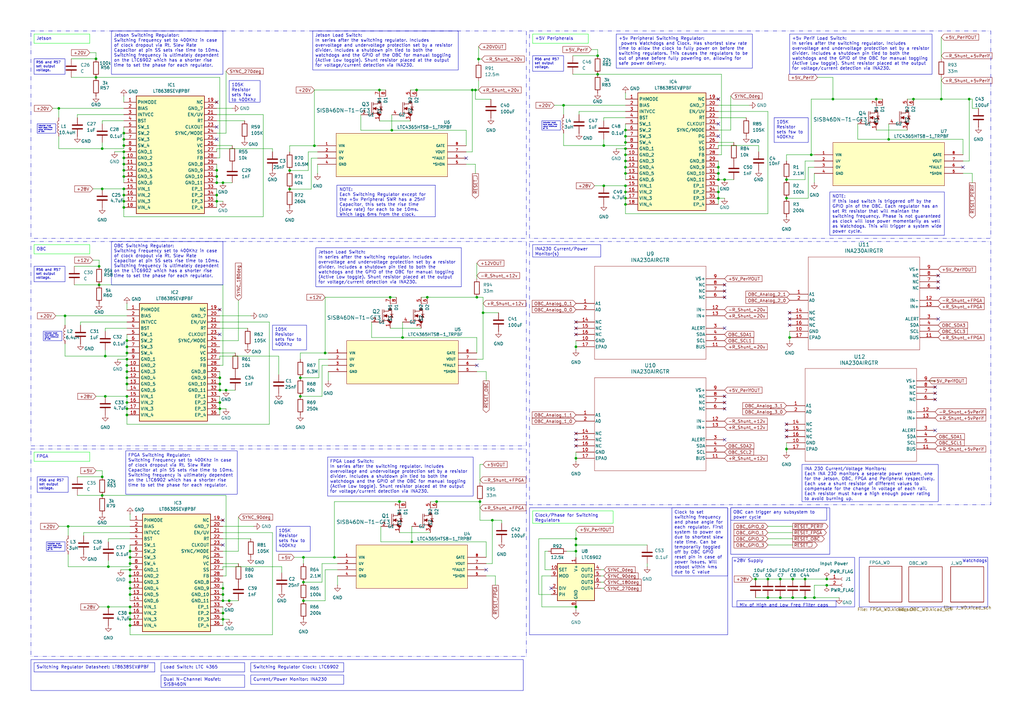
<source format=kicad_sch>
(kicad_sch (version 20231120) (generator "eeschema") (generator_version "8.0")
  (paper "A3")
  (junction (at 50.8 69.85))
  (junction (at 160.7094 53.4233))
  (junction (at 198.12 128.27))
  (junction (at 52.07 162.56))
  (junction (at 165.1 138.43))
  (junction (at 40.64 109.22))
  (junction (at 341.63 40.64))
  (junction (at 52.07 144.78))
  (junction (at 52.07 139.7))
  (junction (at 53.34 248.92))
  (junction (at 41.91 203.2))
  (junction (at 256.54 81.28))
  (junction (at 90.17 165.1))
  (junction (at 24.13 44.45))
  (junction (at 93.98 246.38))
  (junction (at 314.96 245.11))
  (junction (at 123.19 154.94))
  (junction (at 39.37 31.75))
  (junction (at 88.9 82.55))
  (junction (at 256.54 78.74))
  (junction (at 397.51 40.64))
  (junction (at 231.14 43.18))
  (junction (at 236.22 187.96))
  (junction (at 40.64 116.84))
  (junction (at 247.65 59.69))
  (junction (at 43.18 146.05))
  (junction (at 44.45 232.41))
  (junction (at 53.34 233.68))
  (junction (at 53.34 231.14))
  (junction (at 256.54 66.04))
  (junction (at 44.45 248.92))
  (junction (at 52.07 149.86))
  (junction (at 163.83 205.74))
  (junction (at 52.07 167.64))
  (junction (at 236.22 142.24))
  (junction (at 245.11 30.48))
  (junction (at 236.22 248.92))
  (junction (at 124.46 228.6))
  (junction (at 196.2694 24.2133))
  (junction (at 52.07 142.24))
  (junction (at 53.34 238.76))
  (junction (at 309.88 237.49))
  (junction (at 123.19 162.56))
  (junction (at 50.8 77.47))
  (junction (at 170.8694 36.9133))
  (junction (at 236.22 223.52))
  (junction (at 50.8 57.15))
  (junction (at 53.34 241.3))
  (junction (at 50.8 72.39))
  (junction (at 52.07 157.48))
  (junction (at 194.9994 36.9133))
  (junction (at 322.58 184.15))
  (junction (at 90.17 154.94))
  (junction (at 53.34 251.46))
  (junction (at 91.44 254))
  (junction (at 374.65 40.64))
  (junction (at 359.41 40.64))
  (junction (at 50.8 80.01))
  (junction (at 88.9 74.93))
  (junction (at 118.7994 77.5533))
  (junction (at 193.7294 36.9133))
  (junction (at 320.04 245.11))
  (junction (at 41.91 60.96))
  (junction (at 179.07 205.74))
  (junction (at 245.11 22.86))
  (junction (at 118.7994 69.9333))
  (junction (at 53.34 236.22))
  (junction (at 236.22 226.06))
  (junction (at 325.12 245.11))
  (junction (at 52.07 165.1))
  (junction (at 50.8 82.55))
  (junction (at 26.67 129.54))
  (junction (at 90.17 167.64))
  (junction (at 256.54 76.2))
  (junction (at 53.34 226.06))
  (junction (at 43.18 162.56))
  (junction (at 50.8 62.23))
  (junction (at 53.34 256.54))
  (junction (at 256.54 63.5))
  (junction (at 294.64 71.12))
  (junction (at 168.91 222.25))
  (junction (at 256.54 53.34))
  (junction (at 50.8 64.77))
  (junction (at 41.91 77.47))
  (junction (at 196.85 205.74))
  (junction (at 52.07 147.32))
  (junction (at 247.65 76.2))
  (junction (at 128.9594 59.7733))
  (junction (at 339.09 240.03))
  (junction (at 334.01 245.11))
  (junction (at 92.71 160.02))
  (junction (at 256.54 68.58))
  (junction (at 124.46 246.38))
  (junction (at 91.44 241.3))
  (junction (at 124.46 238.76))
  (junction (at 90.17 160.02))
  (junction (at 91.44 251.46))
  (junction (at 256.54 71.12))
  (junction (at 256.54 83.82))
  (junction (at 52.07 154.94))
  (junction (at 322.58 81.28))
  (junction (at 88.9 69.85))
  (junction (at 320.04 237.49))
  (junction (at 52.07 152.4))
  (junction (at 294.64 81.28))
  (junction (at 175.26 121.92))
  (junction (at 39.37 24.13))
  (junction (at 133.35 144.78))
  (junction (at 294.64 73.66))
  (junction (at 88.9 72.39))
  (junction (at 50.8 85.09))
  (junction (at 91.44 243.84))
  (junction (at 50.8 67.31))
  (junction (at 155.6294 36.9133))
  (junction (at 50.8 59.69))
  (junction (at 330.2 245.11))
  (junction (at 52.07 170.18))
  (junction (at 364.49 57.15))
  (junction (at 297.18 73.66))
  (junction (at 50.8 54.61))
  (junction (at 91.44 246.38))
  (junction (at 160.02 121.92))
  (junction (at 53.34 243.84))
  (junction (at 195.58 121.92))
  (junction (at 323.85 138.43))
  (junction (at 236.22 220.98))
  (junction (at 294.64 78.74))
  (junction (at 137.16 228.6))
  (junction (at 256.54 58.42))
  (junction (at 91.44 74.93))
  (junction (at 332.74 63.5))
  (junction (at 53.34 254))
  (junction (at 325.12 237.49))
  (junction (at 330.2 237.49))
  (junction (at 53.34 228.6))
  (junction (at 314.96 237.49))
  (junction (at 88.9 80.01))
  (junction (at 90.17 157.48))
  (junction (at 41.91 195.58))
  (junction (at 27.94 215.9))
  (junction (at 294.64 68.58))
  (junction (at 256.54 55.88))
  (junction (at 339.09 237.49))
  (junction (at 201.93 213.36))
  (junction (at 256.54 60.96))
  (junction (at 322.58 73.66))
  (junction (at 386.08 40.64))
  (no_connect (at 383.54 158.75))
  (no_connect (at 297.18 134.62))
  (no_connect (at 88.9 57.15))
  (no_connect (at 195.58 149.86))
  (no_connect (at 322.58 179.07))
  (no_connect (at 322.58 173.99))
  (no_connect (at 294.64 50.8))
  (no_connect (at 297.18 162.56))
  (no_connect (at 294.64 40.64))
  (no_connect (at 384.81 113.03))
  (no_connect (at 91.44 223.52))
  (no_connect (at 297.18 119.38))
  (no_connect (at 297.18 180.34))
  (no_connect (at 191.1894 64.8533))
  (no_connect (at 90.17 127))
  (no_connect (at 91.44 213.36))
  (no_connect (at 322.58 176.53))
  (no_connect (at 297.18 165.1))
  (no_connect (at 199.39 233.68))
  (no_connect (at 90.17 137.16))
  (no_connect (at 297.18 121.92))
  (no_connect (at 384.81 130.81))
  (no_connect (at 226.06 241.3))
  (no_connect (at 323.85 130.81))
  (no_connect (at 236.22 180.34))
  (no_connect (at 297.18 167.64))
  (no_connect (at 236.22 182.88))
  (no_connect (at 323.85 128.27))
  (no_connect (at 88.9 41.91))
  (no_connect (at 383.54 176.53))
  (no_connect (at 394.97 68.58))
  (no_connect (at 294.64 55.88))
  (no_connect (at 384.81 118.11))
  (no_connect (at 323.85 133.35))
  (no_connect (at 383.54 161.29))
  (no_connect (at 384.81 115.57))
  (no_connect (at 236.22 177.8))
  (no_connect (at 297.18 116.84))
  (no_connect (at 88.9 52.07))
  (no_connect (at 236.22 137.16))
  (no_connect (at 236.22 134.62))
  (no_connect (at 383.54 163.83))
  (no_connect (at 236.22 132.08))
  (wire (pts (xy 128.9594 36.9133) (xy 155.6294 36.9133)))
  (wire (pts (xy 236.22 223.52) (xy 265.43 223.52)))
  (wire (pts (xy 53.34 243.84) (xy 53.34 246.38)))
  (wire (pts (xy 138.43 236.22) (xy 138.43 240.03)))
  (wire (pts (xy 44.45 232.41) (xy 53.34 232.41)))
  (wire (pts (xy 299.72 39.37) (xy 299.72 53.34)))
  (wire (pts (xy 196.2694 24.2133) (xy 196.2694 25.4833)))
  (wire (pts (xy 43.18 162.56) (xy 52.07 162.56)))
  (wire (pts (xy 52.07 137.16) (xy 52.07 139.7)))
  (wire (pts (xy 97.79 226.06) (xy 91.44 226.06)))
  (wire (pts (xy 191.1894 62.3133) (xy 193.7294 62.3133)))
  (wire (pts (xy 41.91 60.96) (xy 50.8 60.96)))
  (wire (pts (xy 330.2 245.11) (xy 334.01 245.11)))
  (wire (pts (xy 50.8 88.9) (xy 107.95 88.9)))
  (wire (pts (xy 91.44 241.3) (xy 91.44 243.84)))
  (wire (pts (xy 30.48 116.84) (xy 40.64 116.84)))
  (wire (pts (xy 52.07 146.05) (xy 52.07 144.78)))
  (wire (pts (xy 381 156.21) (xy 383.54 156.21)))
  (wire (pts (xy 386.08 31.75) (xy 386.08 40.64)))
  (wire (pts (xy 88.9 59.69) (xy 95.25 59.69)))
  (wire (pts (xy 195.58 138.43) (xy 195.58 144.78)))
  (wire (pts (xy 196.85 190.5) (xy 198.12 190.5)))
  (wire (pts (xy 331.47 81.28) (xy 331.47 68.58)))
  (wire (pts (xy 191.1894 53.4233) (xy 191.1894 59.7733)))
  (wire (pts (xy 115.57 232.41) (xy 115.57 234.95)))
  (wire (pts (xy 24.13 215.9) (xy 27.94 215.9)))
  (wire (pts (xy 322.58 184.15) (xy 322.58 181.61)))
  (wire (pts (xy 335.28 31.75) (xy 341.63 31.75)))
  (wire (pts (xy 90.17 146.05) (xy 90.17 147.32)))
  (wire (pts (xy 91.44 238.76) (xy 91.44 241.3)))
  (wire (pts (xy 297.18 73.66) (xy 294.64 73.66)))
  (wire (pts (xy 133.35 144.78) (xy 133.35 121.92)))
  (wire (pts (xy 46.99 62.23) (xy 50.8 62.23)))
  (wire (pts (xy 168.91 215.9) (xy 168.91 222.25)))
  (wire (pts (xy 53.34 210.82) (xy 53.34 213.36)))
  (wire (pts (xy 50.8 39.37) (xy 50.8 41.91)))
  (wire (pts (xy 165.1 132.08) (xy 165.1 138.43)))
  (wire (pts (xy 222.25 248.92) (xy 236.22 248.92)))
  (wire (pts (xy 256.54 59.69) (xy 256.54 58.42)))
  (wire (pts (xy 222.25 236.22) (xy 222.25 248.92)))
  (wire (pts (xy 52.07 173.99) (xy 110.49 173.99)))
  (wire (pts (xy 38.1 77.47) (xy 41.91 77.47)))
  (wire (pts (xy 394.97 71.12) (xy 398.78 71.12)))
  (wire (pts (xy 332.74 40.64) (xy 341.63 40.64)))
  (wire (pts (xy 397.51 66.04) (xy 397.51 40.64)))
  (wire (pts (xy 196.2694 19.1333) (xy 196.2694 24.2133)))
  (wire (pts (xy 127.6894 77.5533) (xy 127.6894 64.8533)))
  (wire (pts (xy 92.71 203.2) (xy 92.71 236.22)))
  (wire (pts (xy 52.07 162.56) (xy 52.07 165.1)))
  (wire (pts (xy 111.76 60.96) (xy 111.76 62.23)))
  (wire (pts (xy 256.54 68.58) (xy 256.54 71.12)))
  (wire (pts (xy 236.22 142.24) (xy 236.22 139.7)))
  (wire (pts (xy 50.8 60.96) (xy 50.8 59.69)))
  (wire (pts (xy 256.54 76.2) (xy 256.54 78.74)))
  (wire (pts (xy 118.7994 77.5533) (xy 127.6894 77.5533)))
  (wire (pts (xy 24.13 44.45) (xy 50.8 44.45)))
  (wire (pts (xy 247.65 48.26) (xy 256.54 48.26)))
  (wire (pts (xy 41.91 49.53) (xy 50.8 49.53)))
  (wire (pts (xy 364.49 50.8) (xy 364.49 57.15)))
  (wire (pts (xy 90.17 144.78) (xy 96.52 144.78)))
  (wire (pts (xy 314.96 237.49) (xy 320.04 237.49)))
  (wire (pts (xy 320.04 237.49) (xy 325.12 237.49)))
  (wire (pts (xy 27.94 227.33) (xy 27.94 232.41)))
  (wire (pts (xy 201.93 213.36) (xy 201.93 231.14)))
  (wire (pts (xy 40.64 248.92) (xy 44.45 248.92)))
  (wire (pts (xy 53.34 251.46) (xy 53.34 254)))
  (wire (pts (xy 88.9 60.96) (xy 111.76 60.96)))
  (wire (pts (xy 49.53 233.68) (xy 53.34 233.68)))
  (wire (pts (xy 334.01 240.03) (xy 334.01 245.11)))
  (wire (pts (xy 307.34 43.18) (xy 294.64 43.18)))
  (wire (pts (xy 246.38 233.68) (xy 247.65 233.68)))
  (wire (pts (xy 128.9594 59.7733) (xy 118.7994 59.7733)))
  (wire (pts (xy 236.22 143.51) (xy 236.22 142.24)))
  (wire (pts (xy 22.86 129.54) (xy 26.67 129.54)))
  (wire (pts (xy 88.9 49.53) (xy 100.33 49.53)))
  (wire (pts (xy 294.64 66.04) (xy 294.64 68.58)))
  (wire (pts (xy 90.17 165.1) (xy 90.17 167.64)))
  (wire (pts (xy 52.07 124.46) (xy 52.07 127)))
  (wire (pts (xy 256.54 83.82) (xy 256.54 87.63)))
  (wire (pts (xy 247.65 59.69) (xy 231.14 59.69)))
  (wire (pts (xy 90.17 154.94) (xy 90.17 157.48)))
  (wire (pts (xy 97.79 212.09) (xy 97.79 226.06)))
  (wire (pts (xy 196.85 205.74) (xy 196.85 213.36)))
  (wire (pts (xy 246.38 236.22) (xy 247.65 236.22)))
  (wire (pts (xy 123.19 144.78) (xy 133.35 144.78)))
  (wire (pts (xy 43.18 146.05) (xy 26.67 146.05)))
  (wire (pts (xy 311.15 59.69) (xy 311.15 62.23)))
  (wire (pts (xy 309.88 245.11) (xy 314.96 245.11)))
  (wire (pts (xy 323.85 139.7) (xy 323.85 138.43)))
  (wire (pts (xy 294.64 81.28) (xy 294.64 83.82)))
  (wire (pts (xy 43.18 134.62) (xy 43.18 135.89)))
  (wire (pts (xy 41.91 49.53) (xy 41.91 50.8)))
  (wire (pts (xy 91.44 243.84) (xy 91.44 246.38)))
  (wire (pts (xy 341.63 40.64) (xy 359.41 40.64)))
  (wire (pts (xy 394.97 57.15) (xy 394.97 63.5)))
  (wire (pts (xy 110.49 132.08) (xy 110.49 173.99)))
  (wire (pts (xy 107.95 46.99) (xy 88.9 46.99)))
  (wire (pts (xy 359.41 40.64) (xy 361.95 40.64)))
  (wire (pts (xy 201.93 231.14) (xy 199.39 231.14)))
  (wire (pts (xy 93.98 246.38) (xy 91.44 246.38)))
  (wire (pts (xy 294.64 59.69) (xy 294.64 60.96)))
  (wire (pts (xy 294.64 68.58) (xy 294.64 71.12)))
  (wire (pts (xy 53.34 241.3) (xy 53.34 243.84)))
  (wire (pts (xy 31.75 203.2) (xy 41.91 203.2)))
  (wire (pts (xy 325.12 237.49) (xy 330.2 237.49)))
  (wire (pts (xy 332.74 63.5) (xy 322.58 63.5)))
  (wire (pts (xy 132.08 238.76) (xy 132.08 231.14)))
  (wire (pts (xy 111.76 218.44) (xy 111.76 260.35)))
  (wire (pts (xy 30.48 109.22) (xy 40.64 109.22)))
  (wire (pts (xy 118.7994 59.7733) (xy 118.7994 62.3133)))
  (wire (pts (xy 320.04 245.11) (xy 325.12 245.11)))
  (wire (pts (xy 50.8 52.07) (xy 50.8 54.61)))
  (wire (pts (xy 88.9 67.31) (xy 88.9 69.85)))
  (wire (pts (xy 50.8 64.77) (xy 50.8 67.31)))
  (wire (pts (xy 160.02 134.62) (xy 172.72 134.62)))
  (wire (pts (xy 44.45 248.92) (xy 53.34 248.92)))
  (wire (pts (xy 29.21 31.75) (xy 39.37 31.75)))
  (wire (pts (xy 132.08 149.86) (xy 134.62 149.86)))
  (wire (pts (xy 330.2 237.49) (xy 339.09 237.49)))
  (wire (pts (xy 294.64 76.2) (xy 294.64 78.74)))
  (wire (pts (xy 91.44 149.86) (xy 90.17 149.86)))
  (wire (pts (xy 196.85 190.5) (xy 196.85 198.12)))
  (wire (pts (xy 90.17 64.77) (xy 88.9 64.77)))
  (wire (pts (xy 152.4 138.43) (xy 165.1 138.43)))
  (wire (pts (xy 120.65 228.6) (xy 124.46 228.6)))
  (wire (pts (xy 194.9994 36.9133) (xy 194.9994 40.7233)))
  (wire (pts (xy 91.44 220.98) (xy 102.87 220.98)))
  (wire (pts (xy 194.9994 36.9133) (xy 196.2694 36.9133)))
  (wire (pts (xy 88.9 80.01) (xy 88.9 82.55)))
  (wire (pts (xy 88.9 69.85) (xy 88.9 72.39)))
  (wire (pts (xy 53.34 228.6) (xy 53.34 231.14)))
  (wire (pts (xy 256.54 53.34) (xy 256.54 55.88)))
  (wire (pts (xy 39.37 162.56) (xy 43.18 162.56)))
  (wire (pts (xy 133.35 121.92) (xy 160.02 121.92)))
  (wire (pts (xy 314.96 245.11) (xy 320.04 245.11)))
  (wire (pts (xy 372.11 40.64) (xy 374.65 40.64)))
  (wire (pts (xy 124.46 228.6) (xy 137.16 228.6)))
  (wire (pts (xy 243.84 76.2) (xy 247.65 76.2)))
  (wire (pts (xy 53.34 226.06) (xy 53.34 228.6)))
  (wire (pts (xy 247.65 238.76) (xy 246.38 238.76)))
  (wire (pts (xy 294.64 48.26) (xy 306.07 48.26)))
  (wire (pts (xy 198.12 121.92) (xy 195.58 121.92)))
  (wire (pts (xy 124.46 246.38) (xy 133.35 246.38)))
  (wire (pts (xy 133.35 233.68) (xy 138.43 233.68)))
  (wire (pts (xy 148.0094 53.4233) (xy 160.7094 53.4233)))
  (wire (pts (xy 176.53 205.74) (xy 179.07 205.74)))
  (wire (pts (xy 92.71 54.61) (xy 88.9 54.61)))
  (wire (pts (xy 41.91 193.04) (xy 41.91 195.58)))
  (wire (pts (xy 21.59 44.45) (xy 24.13 44.45)))
  (wire (pts (xy 48.26 147.32) (xy 52.07 147.32)))
  (wire (pts (xy 256.54 66.04) (xy 256.54 68.58)))
  (wire (pts (xy 27.94 215.9) (xy 27.94 219.71)))
  (wire (pts (xy 226.06 233.68) (xy 223.52 233.68)))
  (wire (pts (xy 398.78 44.45) (xy 401.32 44.45)))
  (wire (pts (xy 52.07 157.48) (xy 52.07 160.02)))
  (wire (pts (xy 339.09 240.03) (xy 340.36 240.03)))
  (wire (pts (xy 43.18 134.62) (xy 52.07 134.62)))
  (wire (pts (xy 294.64 81.28) (xy 297.18 81.28)))
  (wire (pts (xy 90.17 167.64) (xy 92.71 167.64)))
  (wire (pts (xy 50.8 69.85) (xy 50.8 72.39)))
  (wire (pts (xy 236.22 223.52) (xy 236.22 226.06)))
  (wire (pts (xy 53.34 236.22) (xy 53.34 238.76)))
  (wire (pts (xy 31.75 48.26) (xy 31.75 46.99)))
  (wire (pts (xy 53.34 233.68) (xy 53.34 236.22)))
  (wire (pts (xy 134.62 152.4) (xy 134.62 156.21)))
  (wire (pts (xy 196.85 213.36) (xy 201.93 213.36)))
  (wire (pts (xy 91.44 231.14) (xy 97.79 231.14)))
  (wire (pts (xy 40.64 116.84) (xy 91.44 116.84)))
  (wire (pts (xy 52.07 147.32) (xy 52.07 149.86)))
  (wire (pts (xy 43.18 146.05) (xy 52.07 146.05)))
  (wire (pts (xy 88.9 82.55) (xy 91.44 82.55)))
  (wire (pts (xy 231.14 54.61) (xy 231.14 59.69)))
  (wire (pts (xy 50.8 57.15) (xy 50.8 59.69)))
  (wire (pts (xy 88.9 44.45) (xy 95.25 44.45)))
  (wire (pts (xy 314.96 223.52) (xy 325.12 223.52)))
  (wire (pts (xy 364.49 57.15) (xy 394.97 57.15)))
  (wire (pts (xy 91.44 251.46) (xy 91.44 254)))
  (wire (pts (xy 148.0094 47.0733) (xy 148.0094 53.4233)))
  (wire (pts (xy 330.2 66.04) (xy 334.01 66.04)))
  (wire (pts (xy 332.74 63.5) (xy 334.01 63.5)))
  (wire (pts (xy 27.94 215.9) (xy 53.34 215.9)))
  (wire (pts (xy 193.7294 62.3133) (xy 193.7294 36.9133)))
  (wire (pts (xy 299.72 53.34) (xy 294.64 53.34)))
  (wire (pts (xy 44.45 220.98) (xy 44.45 222.25)))
  (wire (pts (xy 197.5394 24.2133) (xy 196.2694 24.2133)))
  (wire (pts (xy 295.91 30.48) (xy 295.91 63.5)))
  (wire (pts (xy 40.64 106.68) (xy 40.64 109.22)))
  (wire (pts (xy 133.35 246.38) (xy 133.35 233.68)))
  (wire (pts (xy 92.71 29.21) (xy 92.71 54.61)))
  (wire (pts (xy 160.02 121.92) (xy 162.56 121.92)))
  (wire (pts (xy 44.45 229.87) (xy 44.45 232.41)))
  (wire (pts (xy 91.44 254) (xy 93.98 254)))
  (wire (pts (xy 220.98 220.98) (xy 236.22 220.98)))
  (wire (pts (xy 137.16 205.74) (xy 163.83 205.74)))
  (wire (pts (xy 193.7294 36.9133) (xy 194.9994 36.9133)))
  (wire (pts (xy 29.21 24.13) (xy 39.37 24.13)))
  (wire (pts (xy 50.8 80.01) (xy 50.8 82.55)))
  (wire (pts (xy 330.2 73.66) (xy 330.2 66.04)))
  (wire (pts (xy 90.17 152.4) (xy 90.17 154.94)))
  (wire (pts (xy 53.34 256.54) (xy 53.34 260.35)))
  (wire (pts (xy 170.8694 36.9133) (xy 193.7294 36.9133)))
  (wire (pts (xy 88.9 60.96) (xy 88.9 62.23)))
  (wire (pts (xy 91.44 254) (xy 91.44 256.54)))
  (wire (pts (xy 53.34 223.52) (xy 53.34 226.06)))
  (wire (pts (xy 236.22 217.17) (xy 236.22 220.98)))
  (wire (pts (xy 24.13 44.45) (xy 24.13 48.26)))
  (wire (pts (xy 137.16 228.6) (xy 138.43 228.6)))
  (wire (pts (xy 203.2 240.03) (xy 203.2 236.22)))
  (wire (pts (xy 252.73 60.96) (xy 256.54 60.96)))
  (wire (pts (xy 114.3 146.05) (xy 114.3 153.67)))
  (wire (pts (xy 52.07 142.24) (xy 52.07 144.78)))
  (wire (pts (xy 50.8 54.61) (xy 50.8 57.15)))
  (wire (pts (xy 91.44 248.92) (xy 91.44 251.46)))
  (wire (pts (xy 50.8 85.09) (xy 50.8 88.9)))
  (wire (pts (xy 236.22 187.96) (xy 236.22 185.42)))
  (wire (pts (xy 339.09 237.49) (xy 340.36 237.49)))
  (wire (pts (xy 91.44 74.93) (xy 88.9 74.93)))
  (wire (pts (xy 53.34 254) (xy 53.34 256.54)))
  (wire (pts (xy 223.52 226.06) (xy 223.52 233.68)))
  (wire (pts (xy 41.91 203.2) (xy 92.71 203.2)))
  (wire (pts (xy 245.11 20.32) (xy 245.11 22.86)))
  (wire (pts (xy 126.4194 69.9333) (xy 126.4194 62.3133)))
  (wire (pts (xy 247.65 59.69) (xy 256.54 59.69)))
  (wire (pts (xy 36.83 21.59) (xy 39.37 21.59)))
  (wire (pts (xy 31.75 46.99) (xy 50.8 46.99)))
  (wire (pts (xy 386.08 15.24) (xy 386.08 24.13)))
  (wire (pts (xy 314.96 215.9) (xy 325.12 215.9)))
  (wire (pts (xy 351.79 57.15) (xy 364.49 57.15)))
  (wire (pts (xy 203.2 236.22) (xy 199.39 236.22)))
  (wire (pts (xy 133.35 144.78) (xy 134.62 144.78)))
  (wire (pts (xy 24.13 55.88) (xy 24.13 60.96)))
  (wire (pts (xy 88.9 72.39) (xy 88.9 74.93)))
  (wire (pts (xy 256.54 71.12) (xy 256.54 73.66)))
  (wire (pts (xy 26.67 129.54) (xy 26.67 133.35)))
  (wire (pts (xy 155.6294 36.9133) (xy 158.1694 36.9133)))
  (wire (pts (xy 234.95 30.48) (xy 245.11 30.48)))
  (wire (pts (xy 91.44 232.41) (xy 115.57 232.41)))
  (wire (pts (xy 242.57 20.32) (xy 245.11 20.32)))
  (wire (pts (xy 127.6894 64.8533) (xy 130.2294 64.8533)))
  (wire (pts (xy 26.67 140.97) (xy 26.67 146.05)))
  (wire (pts (xy 102.87 129.54) (xy 90.17 129.54)))
  (wire (pts (xy 201.93 213.36) (xy 205.74 213.36)))
  (wire (pts (xy 44.45 232.41) (xy 27.94 232.41)))
  (wire (pts (xy 256.54 63.5) (xy 256.54 66.04)))
  (wire (pts (xy 314.96 45.72) (xy 314.96 87.63)))
  (wire (pts (xy 52.07 152.4) (xy 52.07 154.94)))
  (wire (pts (xy 314.96 218.44) (xy 325.12 218.44)))
  (wire (pts (xy 175.26 121.92) (xy 195.58 121.92)))
  (wire (pts (xy 91.44 116.84) (xy 91.44 149.86)))
  (wire (pts (xy 195.58 107.95) (xy 195.58 114.3)))
  (wire (pts (xy 90.17 167.64) (xy 90.17 170.18)))
  (wire (pts (xy 247.65 48.26) (xy 247.65 49.53)))
  (wire (pts (xy 33.02 133.35) (xy 33.02 132.08)))
  (wire (pts (xy 26.67 129.54) (xy 52.07 129.54)))
  (wire (pts (xy 247.65 76.2) (xy 256.54 76.2)))
  (wire (pts (xy 194.9994 40.7233) (xy 201.3494 40.7233)))
  (wire (pts (xy 132.08 231.14) (xy 138.43 231.14)))
  (wire (pts (xy 341.63 31.75) (xy 341.63 40.64)))
  (wire (pts (xy 130.81 147.32) (xy 134.62 147.32)))
  (wire (pts (xy 194.9994 67.3933) (xy 194.9994 71.2033)))
  (wire (pts (xy 44.45 220.98) (xy 53.34 220.98)))
  (wire (pts (xy 231.14 43.18) (xy 256.54 43.18)))
  (wire (pts (xy 39.37 193.04) (xy 41.91 193.04)))
  (wire (pts (xy 294.64 71.12) (xy 294.64 73.66)))
  (wire (pts (xy 168.3294 36.9133) (xy 170.8694 36.9133)))
  (wire (pts (xy 294.64 58.42) (xy 300.99 58.42)))
  (wire (pts (xy 322.58 63.5) (xy 322.58 66.04)))
  (wire (pts (xy 398.78 71.12) (xy 398.78 74.93)))
  (wire (pts (xy 155.6294 49.6133) (xy 168.3294 49.6133)))
  (wire (pts (xy 232.41 226.06) (xy 236.22 226.06)))
  (wire (pts (xy 334.01 240.03) (xy 339.09 240.03)))
  (wire (pts (xy 90.17 134.62) (xy 101.6 134.62)))
  (wire (pts (xy 234.95 22.86) (xy 245.11 22.86)))
  (wire (pts (xy 90.17 31.75) (xy 90.17 64.77)))
  (wire (pts (xy 236.22 226.06) (xy 236.22 228.6)))
  (wire (pts (xy 123.19 154.94) (xy 130.81 154.94)))
  (wire (pts (xy 245.11 30.48) (xy 295.91 30.48)))
  (wire (pts (xy 33.02 132.08) (xy 52.07 132.08)))
  (wire (pts (xy 130.2294 67.3933) (xy 130.2294 71.2033)))
  (wire (pts (xy 50.8 72.39) (xy 50.8 74.93)))
  (wire (pts (xy 39.37 21.59) (xy 39.37 24.13)))
  (wire (pts (xy 52.07 170.18) (xy 52.07 173.99)))
  (wire (pts (xy 53.34 260.35) (xy 111.76 260.35)))
  (wire (pts (xy 137.16 228.6) (xy 137.16 205.74)))
  (wire (pts (xy 256.54 55.88) (xy 256.54 58.42)))
  (wire (pts (xy 199.39 222.25) (xy 199.39 228.6)))
  (wire (pts (xy 50.8 82.55) (xy 50.8 85.09)))
  (wire (pts (xy 52.07 165.1) (xy 52.07 167.64)))
  (wire (pts (xy 110.49 132.08) (xy 90.17 132.08)))
  (wire (pts (xy 331.47 68.58) (xy 334.01 68.58)))
  (wire (pts (xy 152.4 132.08) (xy 152.4 138.43)))
  (wire (pts (xy 118.7994 69.9333) (xy 126.4194 69.9333)))
  (wire (pts (xy 156.21 222.25) (xy 168.91 222.25)))
  (wire (pts (xy 198.12 128.27) (xy 198.12 147.32)))
  (wire (pts (xy 123.19 144.78) (xy 123.19 147.32)))
  (wire (pts (xy 295.91 63.5) (xy 294.64 63.5)))
  (wire (pts (xy 398.78 40.64) (xy 398.78 44.45)))
  (wire (pts (xy 322.58 185.42) (xy 322.58 184.15)))
  (wire (pts (xy 123.19 162.56) (xy 132.08 162.56)))
  (wire (pts (xy 374.65 40.64) (xy 386.08 40.64)))
  (wire (pts (xy 91.44 232.41) (xy 91.44 233.68)))
  (wire (pts (xy 31.75 195.58) (xy 41.91 195.58)))
  (wire (pts (xy 163.83 218.44) (xy 176.53 218.44)))
  (wire (pts (xy 198.12 121.92) (xy 198.12 128.27)))
  (wire (pts (xy 237.49 46.99) (xy 237.49 45.72)))
  (wire (pts (xy 97.79 123.19) (xy 97.79 139.7)))
  (wire (pts (xy 34.29 219.71) (xy 34.29 218.44)))
  (wire (pts (xy 309.88 237.49) (xy 314.96 237.49)))
  (wire (pts (xy 90.17 157.48) (xy 90.17 160.02)))
  (wire (pts (xy 52.07 167.64) (xy 52.07 170.18)))
  (wire (pts (xy 325.12 245.11) (xy 330.2 245.11)))
  (wire (pts (xy 226.06 243.84) (xy 220.98 243.84)))
  (wire (pts (xy 172.72 121.92) (xy 175.26 121.92)))
  (wire (pts (xy 111.76 218.44) (xy 91.44 218.44)))
  (wire (pts (xy 198.12 128.27) (xy 204.47 128.27)))
  (wire (pts (xy 195.58 152.4) (xy 199.39 152.4)))
  (wire (pts (xy 52.07 149.86) (xy 52.07 152.4)))
  (wire (pts (xy 226.06 236.22) (xy 222.25 236.22)))
  (wire (pts (xy 334.01 71.12) (xy 334.01 74.93)))
  (wire (pts (xy 297.18 73.66) (xy 300.99 73.66)))
  (wire (pts (xy 91.44 74.93) (xy 95.25 74.93)))
  (wire (pts (xy 231.14 43.18) (xy 231.14 46.99)))
  (wire (pts (xy 265.43 232.41) (xy 265.43 231.14)))
  (wire (pts (xy 237.49 45.72) (xy 256.54 45.72)))
  (wire (pts (xy 256.54 81.28) (xy 256.54 83.82)))
  (wire (pts (xy 359.41 53.34) (xy 372.11 53.34)))
  (wire (pts (xy 126.4194 62.3133) (xy 130.2294 62.3133)))
  (wire (pts (xy 132.08 162.56) (xy 132.08 149.86)))
  (wire (pts (xy 256.54 50.8) (xy 256.54 53.34)))
  (wire (pts (xy 191.1894 67.3933) (xy 194.9994 67.3933)))
  (wire (pts (xy 93.98 246.38) (xy 97.79 246.38)))
  (wire (pts (xy 52.07 154.94) (xy 52.07 157.48)))
  (wire (pts (xy 247.65 57.15) (xy 247.65 59.69)))
  (wire (pts (xy 351.79 50.8) (xy 351.79 57.15)))
  (wire (pts (xy 41.91 77.47) (xy 50.8 77.47)))
  (wire (pts (xy 39.37 31.75) (xy 90.17 31.75)))
  (wire (pts (xy 107.95 46.99) (xy 107.95 88.9)))
  (wire (pts (xy 322.58 81.28) (xy 331.47 81.28)))
  (wire (pts (xy 344.17 245.11) (xy 334.01 245.11)))
  (wire (pts (xy 386.08 40.64) (xy 397.51 40.64)))
  (wire (pts (xy 41.91 60.96) (xy 24.13 60.96)))
  (wire (pts (xy 104.14 215.9) (xy 91.44 215.9)))
  (wire (pts (xy 92.71 160.02) (xy 96.52 160.02)))
  (wire (pts (xy 323.85 138.43) (xy 323.85 135.89)))
  (wire (pts (xy 236.22 189.23) (xy 236.22 187.96)))
  (wire (pts (xy 294.64 59.69) (xy 311.15 59.69)))
  (wire (pts (xy 124.46 238.76) (xy 132.08 238.76)))
  (wire (pts (xy 256.54 38.1) (xy 256.54 40.64)))
  (wire (pts (xy 92.71 160.02) (xy 90.17 160.02)))
  (wire (pts (xy 247.65 241.3) (xy 246.38 241.3)))
  (wire (pts (xy 256.54 78.74) (xy 256.54 81.28)))
  (wire (pts (xy 53.34 238.76) (xy 53.34 241.3)))
  (wire (pts (xy 53.34 248.92) (xy 53.34 251.46)))
  (wire (pts (xy 394.97 66.04) (xy 397.51 66.04)))
  (wire (pts (xy 223.52 226.06) (xy 224.79 226.06)))
  (wire (pts (xy 195.58 147.32) (xy 198.12 147.32)))
  (wire (pts (xy 38.1 106.68) (xy 40.64 106.68)))
  (wire (pts (xy 220.98 243.84) (xy 220.98 220.98)))
  (wire (pts (xy 50.8 67.31) (xy 50.8 69.85)))
  (wire (pts (xy 314.96 220.98) (xy 325.12 220.98)))
  (wire (pts (xy 92.71 236.22) (xy 91.44 236.22)))
  (wire (pts (xy 256.54 60.96) (xy 256.54 63.5)))
  (wire (pts (xy 128.9594 59.7733) (xy 128.9594 36.9133)))
  (wire (pts (xy 294.64 78.74) (xy 294.64 81.28)))
  (wire (pts (xy 52.07 139.7) (xy 52.07 142.24)))
  (wire (pts (xy 156.21 215.9) (xy 156.21 222.25)))
  (wire (pts (xy 90.17 162.56) (xy 90.17 165.1)))
  (wire (pts (xy 130.81 154.94) (xy 130.81 147.32)))
  (wire (pts (xy 236.22 248.92) (xy 236.22 250.19)))
  (wire (pts (xy 53.34 232.41) (xy 53.34 231.14)))
  (wire (pts (xy 50.8 77.47) (xy 50.8 80.01)))
  (wire (pts (xy 160.7094 47.0733) (xy 160.7094 53.4233)))
  (wire (pts (xy 165.1 138.43) (xy 195.58 138.43)))
  (wire (pts (xy 314.96 45.72) (xy 294.64 45.72)))
  (wire (pts (xy 90.17 146.05) (xy 114.3 146.05)))
  (wire (pts (xy 256.54 87.63) (xy 314.96 87.63)))
  (wire (pts (xy 43.18 143.51) (xy 43.18 146.05)))
  (wire (pts (xy 322.58 73.66) (xy 330.2 73.66)))
  (wire (pts (xy 236.22 220.98) (xy 236.22 223.52)))
  (wire (pts (xy 34.29 218.44) (xy 53.34 218.44)))
  (wire (pts (xy 88.9 77.47) (xy 88.9 80.01)))
  (wire (pts (xy 128.9594 59.7733) (xy 130.2294 59.7733)))
  (wire (pts (xy 332.74 63.5) (xy 332.74 40.64)))
  (wire (pts (xy 41.91 58.42) (xy 41.91 60.96)))
  (wire (pts (xy 50.8 62.23) (xy 50.8 64.77)))
  (wire (pts (xy 199.39 152.4) (xy 199.39 156.21)))
  (wire (pts (xy 124.46 228.6) (xy 124.46 231.14)))
  (wire (pts (xy 88.9 82.55) (xy 88.9 85.09)))
  (wire (pts (xy 308.61 237.49) (xy 309.88 237.49)))
  (wire (pts (xy 160.7094 53.4233) (xy 191.1894 53.4233)))
  (wire (pts (xy 179.07 205.74) (xy 196.85 205.74)))
  (wire (pts (xy 397.51 40.64) (xy 398.78 40.64)))
  (wire (pts (xy 163.83 205.74) (xy 166.37 205.74)))
  (wire (pts (xy 196.2694 33.1033) (xy 196.2694 36.9133)))
  (wire (pts (xy 227.33 43.18) (xy 231.14 43.18)))
  (wire (pts (xy 205.74 214.63) (xy 205.74 213.36)))
  (wire (pts (xy 97.79 139.7) (xy 90.17 139.7)))
  (wire (pts (xy 168.91 222.25) (xy 199.39 222.25)))
  (rectangle (start 12.7 184.15) (end 215.9 269.24) (stroke (width 0) (type dash_dot_dot)))
  (rectangle (start 12.7 99.06) (end 215.9 182.88) (stroke (width 0) (type dash_dot_dot)))
  (rectangle (start 217.17 208.28) (end 298.45 260.35))
  (rectangle (start 12.7 270.51) (end 214.63 283.21))
  (rectangle (start 217.17 99.06) (end 406.4 207.01) (stroke (width 0) (type dash_dot_dot)))
  (rectangle (start 12.7 12.7) (end 215.9 97.79) (stroke (width 0) (type dash_dot_dot)))
  (rectangle (start 300.3375 228.6179) (end 350.52 248.9379))
  (rectangle (start 217.17 12.7) (end 406.4 97.79) (stroke (width 0) (type dash_dot_dot)))
  (rectangle (start 299.72 208.28) (end 340.36 227.33))
  (rectangle (start 352.4075 228.5621) (end 405.13 248.9379))
  (text_box "Jetson\n" (at 13.97 13.97 0) (size 22.86 3.81) (stroke (width 0) (color 6 245 24 1)) (effects (font (size 1.27 1.27)) (justify left top)))
  (text_box "INA230 Current/Power Monitor(s)\n" (at 218.44 100.33 0) (size 27.94 5.08) (effects (font (size 1.27 1.27)) (justify left top)))
  (text_box "INA 230 Current/Voltage Monitors:\nEach INA 230 monitors a seperate power system, one for the Jetson, OBC, FPGA and Peripheral respectively. Each use a shunt resistor of different values to compensate for the change in voltage of each rail. Each resistor must have a high enough power rating to avoid burning up." (at 328.93 190.5 0) (size 55.88 15.24) (effects (font (size 1.27 1.27)) (justify left top)))
  (text_box "OBC\n" (at 13.97 100.33 0) (size 22.86 3.81) (stroke (width 0) (color 6 245 24 1)) (effects (font (size 1.27 1.27)) (justify left top)))
  (text_box "FPGA\n" (at 13.97 185.42 0) (size 22.86 3.81) (stroke (width 0) (color 6 245 24 1)) (effects (font (size 1.27 1.27)) (justify left top)))
  (text_box "Clock to set switching frequency and phase angle for each regulator. First system to power on due to shortest slew rate time. Can be temporarily toggled off by OBC GPIO reset pin in case of power issues. Will reboot within 4ms due to C value" (at 275.59 208.28 0) (size 22.86 27.94) (effects (font (size 1.27 1.27)) (justify left top)))
  (text_box "+5v Peripheral Switching Regulator:\n powers Watchdogs and Clock. Has shortest slew rate time to allow the clock to fully power on before the switching regulators. This causes the regulators to be out of phase before fully powering on, allowing for safe power delivery." (at 252.73 13.97 0) (size 55.88 13.97) (effects (font (size 1.27 1.27)) (justify left top)))
  (text_box "Switching Regulator Datasheet: LT8638SEV#PBF" (at 13.97 271.78 0) (size 49.53 3.81) (effects (font (size 1.27 1.27)) (justify left top)))
  (text_box "+5v Perif Load Switch:\nIn series after the switching regulator. Includes overvoltage and undervoltage protection set by a resistor divider. Includes a shutdown pin tied to both the watchdogs and the GPIO of the OBC for manual toggling (Active Low toggle). Shunt resistor placed at the output for voltage/current detection via INA230." (at 323.85 13.97 0) (size 58.42 16.51) (effects (font (size 1.27 1.27)) (justify left top)))
  (text_box "Clock/Phase for Switching Regulators" (at 218.44 209.55 0) (size 33.02 5.08) (stroke (width 0) (color 6 245 24 1)) (effects (font (size 1.27 1.27)) (justify left top)))
  (text_box "FPGA Switching Regulator:\nSwitching Frequency set to 400Khz in case of clock dropout via Rt. Slew Rate Capacitor at pin SS sets rise time to 10ms.\nSwitching frequency is ultimately dependent on the LTC6902 which has a shorter rise time to set the phase for each regulator." (at 51.562 184.912 0) (size 45.72 17.78) (effects (font (size 1.27 1.27)) (justify left top)))
  (text_box "R56 and R57 set output voltage." (at 13.97 109.22 0) (size 12.7 6.35) (effects (font (size 1 1)) (justify left top)))
  (text_box "OBC can trigger any subsystem to power cycle\n" (at 299.72 208.28 0) (size 39.37 5.08) (effects (font (size 1.27 1.27)) (justify left top)))
  (text_box "105K Resistor sets fsw to 400Khz" (at 113.284 215.9 0) (size 13.97 10.16) (effects (font (size 1.27 1.27)) (justify left top)))
  (text_box "Inductor must have peak Irms value minimum of 15A\n" (at 15.24 50.8 0) (size 7.62 3.81) (effects (font (size 0.5 0.5)) (justify left top)))
  (text_box "Jetson Load Switch:\nIn series after the switching regulator. Includes overvoltage and undervoltage protection set by a resistor divider. Includes a shutdown pin tied to both the watchdogs and the GPIO of the OBC for manual toggling (Active Low toggle). Shunt resistor placed at the output for voltage/current detection via INA230." (at 129.54 101.6 0) (size 59.69 16.002) (effects (font (size 1.27 1.27)) (justify left top)))
  (text_box "FPGA Load Switch:\nIn series after the switching regulator. Includes overvoltage and undervoltage protection set by a resistor divider. Includes a shutdown pin tied to both the watchdogs and the GPIO of the OBC for manual toggling (Active Low toggle). Shunt resistor placed at the output for voltage/current detection via INA230." (at 134.366 187.452 0) (size 59.69 16.002) (effects (font (size 1.27 1.27)) (justify left top)))
  (text_box "Load Switch: LTC 4365\n" (at 66.04 271.78 0) (size 34.29 3.81) (effects (font (size 1.27 1.27)) (justify left top)))
  (text_box "Jetson Switching Regulator:\nSwitching Frequency set to 400Khz in case of clock dropout via Rt. Slew Rate Capacitor at pin SS sets rise time to 10ms.\nSwitching frequency is ultimately dependent on the LTC6902 which has a shorter rise time to set the phase for each regulator." (at 45.72 12.7 0) (size 45.72 17.78) (effects (font (size 1.27 1.27)) (justify left top)))
  (text_box "Inductor must have peak Irms value minimum of 7A\n" (at 19.05 222.25 0) (size 7.62 3.81) (effects (font (size 0.5 0.5)) (justify left top)))
  (text_box "Switching Regulator Clock: LTC6902" (at 102.87 271.78 0) (size 38.1 3.81) (effects (font (size 1.27 1.27)) (justify left top)))
  (text_box "R56 and R57 set output voltage." (at 13.97 24.13 0) (size 12.7 6.35) (effects (font (size 1 1)) (justify left top)))
  (text_box "105K Resistor sets fsw to 400Khz" (at 111.76 133.35 0) (size 13.97 10.16) (effects (font (size 1.27 1.27)) (justify left top)))
  (text_box "NOTE: \nEach Switching Regulator except for the +5v Peripheral SWR has a 25nF Capacitor, this sets the rise time (slew rate) for each to be 10ms. Which lags 6ms from the clock." (at 138.176 75.946 0) (size 40.386 12.954) (effects (font (size 1.27 1.27)) (justify left top)))
  (text_box "Dual N-Channel Mosfet: SISB46DN" (at 66.04 276.86 0) (size 34.29 5.08) (effects (font (size 1.27 1.27)) (justify left top)))
  (text_box "105K Resistor sets fsw to 400Khz" (at 317.5 48.26 0) (size 13.97 10.16) (effects (font (size 1.27 1.27)) (justify left top)))
  (text_box "+5V Peripherals" (at 218.44 13.97 0) (size 22.86 3.81) (stroke (width 0) (color 6 245 24 1)) (effects (font (size 1.27 1.27)) (justify left top)))
  (text_box "OBC Switching Regulator:\nSwitching Frequency set to 400Khz in case of clock dropout via Rt. Slew Rate Capacitor at pin SS sets rise time to 10ms.\nSwitching frequency is ultimately dependent on the LTC6902 which has a shorter rise time to set the phase for each regulator." (at 45.72 99.06 0) (size 45.72 17.78) (effects (font (size 1.27 1.27)) (justify left top)))
  (text_box "R56 and R57 set output voltage." (at 218.44 22.86 0) (size 12.7 6.35) (effects (font (size 1 1)) (justify left top)))
  (text_box "Mix of High and Low Freq Filter caps" (at 302.26 246.38 0) (size 40.64 2.54) (effects (font (size 1.27 1.27)) (justify left top)))
  (text_box "NOTE:\nIf this load switch is triggered off by the GPIO pin of the OBC. Each regulator has an set Rt resistor that will maintan the switching frequency. Phase is not guaranteed as clock will lose power momentarily as well as Watchdogs. This will trigger a system wide power cycle." (at 340.36 78.74 0) (size 46.99 17.78) (effects (font (size 1.27 1.27)) (justify left top)))
  (text_box "Inductor must have peak Irms value minimum of 7A\n" (at 222.25 49.53 0) (size 7.62 3.81) (effects (font (size 0.5 0.5)) (justify left top)))
  (text_box "R56 and R57 set output voltage." (at 15.24 195.58 0) (size 12.7 6.35) (effects (font (size 1 1)) (justify left top)))
  (text_box "Jetson Load Switch:\nIn series after the switching regulator. Includes overvoltage and undervoltage protection set by a resistor divider. Includes a shutdown pin tied to both the watchdogs and the GPIO of the OBC for manual toggling (Active Low toggle). Shunt resistor placed at the output for voltage/current detection via INA230." (at 128.27 12.7 0) (size 59.69 16.002) (effects (font (size 1.27 1.27)) (justify left top)))
  (text_box "105K Resistor sets fsw to 400Khz" (at 93.98 33.02 0) (size 12.7 8.89) (effects (font (size 1.27 1.27)) (justify left top)))
  (text_box "Current/Power Monitor: INA230" (at 102.87 276.86 0) (size 38.1 3.81) (effects (font (size 1.27 1.27)) (justify left top)))
  (text_box "Inductor must have peak Irms value minimum of 13A\n" (at 17.78 135.89 0) (size 7.62 3.81) (effects (font (size 0.5 0.5)) (justify left top)))
  (text "+28V Supply\n" (at 306.832 230.124 0) (effects (font (size 1.27 1.27))))
  (text "Watchdogs\n" (at 399.796 230.124 0) (effects (font (size 1.27 1.27))))
  (global_label "-R_Shunt_+5vPerif" (shape input) (at 386.08 22.86 0) (property "Intersheetrefs" "${INTERSHEET_REFS}" (effects (hide yes))))
  (global_label "+28V" (shape input) (at 40.64 248.92 180) (property "Intersheetrefs" "${INTERSHEET_REFS}" (effects (hide yes))))
  (global_label "OBC_Analog_0_0" (shape input) (at 236.22 127 180) (property "Intersheetrefs" "${INTERSHEET_REFS}" (effects (hide yes))))
  (global_label "SYNC_0deg" (shape input) (at 299.72 39.37 0) (property "Intersheetrefs" "${INTERSHEET_REFS}" (effects (hide yes))))
  (global_label "+20V" (shape input) (at 21.59 44.45 180) (property "Intersheetrefs" "${INTERSHEET_REFS}" (effects (hide yes))))
  (global_label "+5V_PerifOUT" (shape input) (at 384.81 110.49 0) (property "Intersheetrefs" "${INTERSHEET_REFS}" (effects (hide yes))))
  (global_label "OBC_GPIO_2" (shape input) (at 314.96 220.98 180) (property "Intersheetrefs" "${INTERSHEET_REFS}" (effects (hide yes))))
  (global_label "+28V" (shape input) (at 39.37 162.56 180) (property "Intersheetrefs" "${INTERSHEET_REFS}" (effects (hide yes))))
  (global_label "SYNC_90deg" (shape input) (at 97.79 212.09 0) (property "Intersheetrefs" "${INTERSHEET_REFS}" (effects (hide yes))))
  (global_label "OBC_SDA1" (shape input) (at 297.18 137.16 0) (property "Intersheetrefs" "${INTERSHEET_REFS}" (effects (hide yes))))
  (global_label "+R_Shunt_+5vPerif" (shape input) (at 383.54 171.45 0) (property "Intersheetrefs" "${INTERSHEET_REFS}" (effects (hide yes))))
  (global_label "+5V" (shape input) (at 120.65 228.6 180) (property "Intersheetrefs" "${INTERSHEET_REFS}" (effects (hide yes))))
  (global_label "+R_Shunt_+FPGA" (shape input) (at 196.85 208.28 0) (property "Intersheetrefs" "${INTERSHEET_REFS}" (effects (hide yes))))
  (global_label "+5V_Perif" (shape input) (at 242.57 20.32 180) (property "Intersheetrefs" "${INTERSHEET_REFS}" (effects (hide yes))))
  (global_label "+R_Shunt_+FPGA" (shape input) (at 384.81 138.43 0) (property "Intersheetrefs" "${INTERSHEET_REFS}" (effects (hide yes))))
  (global_label "OBC_Analog_0_1" (shape input) (at 236.22 124.46 180) (property "Intersheetrefs" "${INTERSHEET_REFS}" (effects (hide yes))))
  (global_label "~{RESET_OBC}" (shape output) (at 199.39 156.21 270) (property "Intersheetrefs" "${INTERSHEET_REFS}" (effects (hide yes))))
  (global_label "+R_Shunt_+20v" (shape input) (at 196.2694 36.9133 0) (property "Intersheetrefs" "${INTERSHEET_REFS}" (effects (hide yes))))
  (global_label "~{RESET_J}" (shape output) (at 325.12 223.52 0) (property "Intersheetrefs" "${INTERSHEET_REFS}" (effects (hide yes))))
  (global_label "~{RESET_FPGA}" (shape output) (at 325.12 218.44 0) (property "Intersheetrefs" "${INTERSHEET_REFS}" (effects (hide yes))))
  (global_label "-R_Shunt_+FPGA" (shape input) (at 384.81 123.19 0) (property "Intersheetrefs" "${INTERSHEET_REFS}" (effects (hide yes))))
  (global_label "OBC_Analog_1_1" (shape input) (at 236.22 170.18 180) (property "Intersheetrefs" "${INTERSHEET_REFS}" (effects (hide yes))))
  (global_label "SYNC_270deg" (shape input) (at 92.71 29.21 0) (property "Intersheetrefs" "${INTERSHEET_REFS}" (effects (hide yes))))
  (global_label "+R_Shunt_+12v" (shape input) (at 297.18 187.96 0) (property "Intersheetrefs" "${INTERSHEET_REFS}" (effects (hide yes))))
  (global_label "OBC_SCL2" (shape input) (at 297.18 185.42 0) (property "Intersheetrefs" "${INTERSHEET_REFS}" (effects (hide yes))))
  (global_label "+5VOUT" (shape input) (at 198.12 190.5 0) (property "Intersheetrefs" "${INTERSHEET_REFS}" (effects (hide yes))))
  (global_label "+20V" (shape input) (at 227.33 43.18 180) (property "Intersheetrefs" "${INTERSHEET_REFS}" (effects (hide yes))))
  (global_label "OBC_SDA1" (shape input) (at 383.54 179.07 0) (property "Intersheetrefs" "${INTERSHEET_REFS}" (effects (hide yes))))
  (global_label "-R_Shunt_+12v" (shape input) (at 195.58 113.03 0) (property "Intersheetrefs" "${INTERSHEET_REFS}" (effects (hide yes))))
  (global_label "OBC_SCL3" (shape input) (at 384.81 135.89 0) (property "Intersheetrefs" "${INTERSHEET_REFS}" (effects (hide yes))))
  (global_label "+12VOUT" (shape input) (at 195.58 107.95 0) (property "Intersheetrefs" "${INTERSHEET_REFS}" (effects (hide yes))))
  (global_label "+R_Shunt_+12v" (shape input) (at 198.12 124.46 0) (property "Intersheetrefs" "${INTERSHEET_REFS}" (effects (hide yes))))
  (global_label "+5V_PerifOUT" (shape input) (at 381 156.21 0) (property "Intersheetrefs" "${INTERSHEET_REFS}" (effects (hide yes))))
  (global_label "SYNC_180deg" (shape input) (at 97.79 123.19 90) (property "Intersheetrefs" "${INTERSHEET_REFS}" (effects (hide yes))))
  (global_label "+20VOUT" (shape input) (at 196.2694 19.1333 0) (property "Intersheetrefs" "${INTERSHEET_REFS}" (effects (hide yes))))
  (global_label "~{RESET_PERIF}" (shape output) (at 398.78 74.93 270) (property "Intersheetrefs" "${INTERSHEET_REFS}" (effects (hide yes))))
  (global_label "-R_Shunt_+20v" (shape input) (at 297.18 127 0) (property "Intersheetrefs" "${INTERSHEET_REFS}" (effects (hide yes))))
  (global_label "+20V" (shape input) (at 36.83 21.59 180) (property "Intersheetrefs" "${INTERSHEET_REFS}" (effects (hide yes))))
  (global_label "~{RESET_J}" (shape output) (at 194.9994 71.2033 270) (property "Intersheetrefs" "${INTERSHEET_REFS}" (effects (hide yes))))
  (global_label "+28V" (shape input) (at 38.1 77.47 180) (property "Intersheetrefs" "${INTERSHEET_REFS}" (effects (hide yes))))
  (global_label "OBC_GPIO_0" (shape input) (at 314.96 215.9 180) (property "Intersheetrefs" "${INTERSHEET_REFS}" (effects (hide yes))))
  (global_label "SYNC_0deg" (shape input) (at 247.65 233.68 0) (property "Intersheetrefs" "${INTERSHEET_REFS}" (effects (hide yes))))
  (global_label "+28V" (shape input) (at 308.61 237.49 180) (property "Intersheetrefs" "${INTERSHEET_REFS}" (effects (hide yes))))
  (global_label "+5V_PerifOUT" (shape input) (at 236.22 217.17 0) (property "Intersheetrefs" "${INTERSHEET_REFS}" (effects (hide yes))))
  (global_label "+5V_Perif" (shape input) (at 335.28 31.75 180) (property "Intersheetrefs" "${INTERSHEET_REFS}" (effects (hide yes))))
  (global_label "~{RESET_OBC}" (shape output) (at 325.12 220.98 0) (property "Intersheetrefs" "${INTERSHEET_REFS}" (effects (hide yes))))
  (global_label "+R_Shunt_+5vPerif" (shape input) (at 383.54 184.15 0) (property "Intersheetrefs" "${INTERSHEET_REFS}" (effects (hide yes))))
  (global_label "+R_Shunt_+20v" (shape input) (at 297.18 129.54 0) (property "Intersheetrefs" "${INTERSHEET_REFS}" (effects (hide yes))))
  (global_label "OBC_Analog_3_0" (shape input) (at 322.58 168.91 180) (property "Intersheetrefs" "${INTERSHEET_REFS}" (effects (hide yes))))
  (global_label "OBC_SCL1" (shape input) (at 383.54 181.61 0) (property "Intersheetrefs" "${INTERSHEET_REFS}" (effects (hide yes))))
  (global_label "+5V_PerifOUT" (shape input) (at 297.18 114.3 0) (property "Intersheetrefs" "${INTERSHEET_REFS}" (effects (hide yes))))
  (global_label "OBC_SCL1" (shape input) (at 297.18 139.7 0) (property "Intersheetrefs" "${INTERSHEET_REFS}" (effects (hide yes))))
  (global_label "SYNC_180deg" (shape input) (at 247.65 238.76 0) (property "Intersheetrefs" "${INTERSHEET_REFS}" (effects (hide yes))))
  (global_label "OBC_Analog_1_0" (shape input) (at 236.22 172.72 180) (property "Intersheetrefs" "${INTERSHEET_REFS}" (effects (hide yes))))
  (global_label "+20V" (shape input) (at 128.9594 36.9133 180) (property "Intersheetrefs" "${INTERSHEET_REFS}" (effects (hide yes))))
  (global_label "+28V" (shape input) (at 243.84 76.2 180) (property "Intersheetrefs" "${INTERSHEET_REFS}" (effects (hide yes))))
  (global_label "SYNC_90deg" (shape input) (at 247.65 236.22 0) (property "Intersheetrefs" "${INTERSHEET_REFS}" (effects (hide yes))))
  (global_label "+5V_PerifOUT" (shape input) (at 386.08 15.24 0) (property "Intersheetrefs" "${INTERSHEET_REFS}" (effects (hide yes))))
  (global_label "+R_Shunt_+FPGA" (shape input) (at 384.81 125.73 0) (property "Intersheetrefs" "${INTERSHEET_REFS}" (effects (hide yes))))
  (global_label "OBC_Analog_3_1" (shape input) (at 322.58 166.37 180) (property "Intersheetrefs" "${INTERSHEET_REFS}" (effects (hide yes))))
  (global_label "+20V" (shape input) (at 22.86 129.54 180) (property "Intersheetrefs" "${INTERSHEET_REFS}" (effects (hide yes))))
  (global_label "OBC_SDA3" (shape input) (at 384.81 133.35 0) (property "Intersheetrefs" "${INTERSHEET_REFS}" (effects (hide yes))))
  (global_label "+R_Shunt_+20v" (shape input) (at 297.18 142.24 0) (property "Intersheetrefs" "${INTERSHEET_REFS}" (effects (hide yes))))
  (global_label "+5V" (shape input) (at 39.37 193.04 180) (property "Intersheetrefs" "${INTERSHEET_REFS}" (effects (hide yes))))
  (global_label "+20V" (shape input) (at 24.13 215.9 180) (property "Intersheetrefs" "${INTERSHEET_REFS}" (effects (hide yes))))
  (global_label "+12V" (shape input) (at 38.1 106.68 180) (property "Intersheetrefs" "${INTERSHEET_REFS}" (effects (hide yes))))
  (global_label "+R_Shunt_+5vPerif" (shape input) (at 386.08 33.02 0) (property "Intersheetrefs" "${INTERSHEET_REFS}" (effects (hide yes))))
  (global_label "+5V_PerifOUT" (shape input) (at 297.18 160.02 0) (property "Intersheetrefs" "${INTERSHEET_REFS}" (effects (hide yes))))
  (global_label "OBC_SDA2" (shape input) (at 297.18 182.88 0) (property "Intersheetrefs" "${INTERSHEET_REFS}" (effects (hide yes))))
  (global_label "OBC_GPIO_3" (shape input) (at 314.96 223.52 180) (property "Intersheetrefs" "${INTERSHEET_REFS}" (effects (hide yes))))
  (global_label "-R_Shunt_+20v" (shape input) (at 197.5394 24.2133 0) (property "Intersheetrefs" "${INTERSHEET_REFS}" (effects (hide yes))))
  (global_label "OBC_Analog_2_1" (shape input) (at 323.85 120.65 180) (property "Intersheetrefs" "${INTERSHEET_REFS}" (effects (hide yes))))
  (global_label "SYNC_270deg" (shape input) (at 247.65 241.3 0) (property "Intersheetrefs" "${INTERSHEET_REFS}" (effects (hide yes))))
  (global_label "~{RESET_FPGA}" (shape output) (at 203.2 240.03 270) (property "Intersheetrefs" "${INTERSHEET_REFS}" (effects (hide yes))))
  (global_label "OBC_Analog_2_0" (shape input) (at 323.85 123.19 180) (property "Intersheetrefs" "${INTERSHEET_REFS}" (effects (hide yes))))
  (global_label "-R_Shunt_+FPGA" (shape input) (at 196.85 196.85 0) (property "Intersheetrefs" "${INTERSHEET_REFS}" (effects (hide yes))))
  (global_label "+12V" (shape input) (at 133.35 121.92 180) (property "Intersheetrefs" "${INTERSHEET_REFS}" (effects (hide yes))))
  (global_label "-R_Shunt_+5vPerif" (shape input) (at 383.54 168.91 0) (property "Intersheetrefs" "${INTERSHEET_REFS}" (effects (hide yes))))
  (global_label "-R_Shunt_+12v" (shape input) (at 297.18 172.72 0) (property "Intersheetrefs" "${INTERSHEET_REFS}" (effects (hide yes))))
  (global_label "+R_Shunt_+12v" (shape input) (at 297.18 175.26 0) (property "Intersheetrefs" "${INTERSHEET_REFS}" (effects (hide yes))))
  (global_label "~{RESET_PERIF}" (shape output) (at 325.12 215.9 0) (property "Intersheetrefs" "${INTERSHEET_REFS}" (effects (hide yes))))
  (global_label "OBC_GPIO_1" (shape input) (at 314.96 218.44 180) (property "Intersheetrefs" "${INTERSHEET_REFS}" (effects (hide yes))))
  (symbol (lib_id "Device:C") (at 330.2 241.3 0) (unit 1)
    (property "Reference" "C44" (at 328.168 235.966 0) (effects (justify left)))
    (property "Value" "100nF" (at 330.454 233.934 0) (effects (justify left)))
    (property "Description" "Unpolarized capacitor" (effects (hide yes)))
  )
  (symbol (lib_id "power:GND") (at 204.47 135.89 0) (unit 1)
    (property "Reference" "#PWR089" (effects (hide yes)))
    (property "Value" "GND" (at 204.47 140.97 0))
    (property "Description" "Power symbol creates a global label with name \"GND\" , ground" (effects (hide yes)))
  )
  (symbol (lib_id "power:GND") (at 114.3 161.29 0) (unit 1)
    (property "Reference" "#PWR01" (effects (hide yes)))
    (property "Value" "GND" (at 116.332 165.1 0) (effects (justify right)))
    (property "Description" "Power symbol creates a global label with name \"GND\" , ground" (effects (hide yes)))
  )
  (symbol (lib_id "power:GND") (at 322.58 88.9 0) (unit 1)
    (property "Reference" "#PWR06" (effects (hide yes)))
    (property "Value" "GND" (at 322.58 93.98 0))
    (property "Description" "Power symbol creates a global label with name \"GND\" , ground" (effects (hide yes)))
  )
  (symbol (lib_id "power:GND") (at 48.26 147.32 0) (unit 1)
    (property "Reference" "#PWR058" (effects (hide yes)))
    (property "Value" "GND" (at 50.292 151.384 0) (effects (justify right)))
    (property "Description" "Power symbol creates a global label with name \"GND\" , ground" (effects (hide yes)))
  )
  (symbol (lib_id "power:GND") (at 33.02 140.97 0) (unit 1)
    (property "Reference" "#PWR055" (effects (hide yes)))
    (property "Value" "GND" (at 36.576 143.002 0))
    (property "Description" "Power symbol creates a global label with name \"GND\" , ground" (effects (hide yes)))
  )
  (symbol (lib_id "Device:R") (at 228.6 226.06 90) (unit 1)
    (property "Reference" "R92" (at 228.6 224.028 90))
    (property "Value" "12.5k" (at 228.6 228.6 90))
    (property "Description" "Resistor" (effects (hide yes)))
  )
  (symbol (lib_id "Device:C") (at 41.91 81.28 0) (unit 1)
    (property "Reference" "C25" (at 45.72 80.0099 0) (effects (justify left)))
    (property "Value" "4.7uF" (at 45.212 82.296 0) (effects (justify left)))
    (property "Description" "Unpolarized capacitor" (effects (hide yes)))
  )
  (symbol (lib_id "Device:R") (at 96.52 148.59 0) (unit 1)
    (property "Reference" "R61" (at 99.06 147.3199 0) (effects (justify left)))
    (property "Value" "10k" (at 99.06 149.8599 0) (effects (justify left)))
    (property "Description" "Resistor" (effects (hide yes)))
  )
  (symbol (lib_id "power:GND") (at 311.15 69.85 0) (unit 1)
    (property "Reference" "#PWR04" (effects (hide yes)))
    (property "Value" "GND" (at 313.182 73.66 0) (effects (justify right)))
    (property "Description" "Power symbol creates a global label with name \"GND\" , ground" (effects (hide yes)))
  )
  (symbol (lib_id "Device:C") (at 44.45 252.73 0) (unit 1)
    (property "Reference" "C38" (at 48.26 251.4599 0) (effects (justify left)))
    (property "Value" "4.7uF" (at 47.752 253.746 0) (effects (justify left)))
    (property "Description" "Unpolarized capacitor" (effects (hide yes)))
  )
  (symbol (lib_id "power:GND") (at 111.76 69.85 0) (unit 1)
    (property "Reference" "#PWR03" (effects (hide yes)))
    (property "Value" "GND" (at 113.792 73.66 0) (effects (justify right)))
    (property "Description" "Power symbol creates a global label with name \"GND\" , ground" (effects (hide yes)))
  )
  (symbol (lib_id "power:GND") (at 93.98 246.38 0) (unit 1)
    (property "Reference" "#PWR069" (effects (hide yes)))
    (property "Value" "GND" (at 96.012 250.19 0) (effects (justify right)))
    (property "Description" "Power symbol creates a global label with name \"GND\" , ground" (effects (hide yes)))
  )
  (symbol (lib_id "power:GND") (at 104.14 215.9 90) (unit 1)
    (property "Reference" "#PWR072" (effects (hide yes)))
    (property "Value" "GND" (at 107.188 215.9 90) (effects (justify right)))
    (property "Description" "Power symbol creates a global label with name \"GND\" , ground" (effects (hide yes)))
  )
  (symbol (lib_id "Device:C") (at 320.04 241.3 0) (unit 1)
    (property "Reference" "C7" (at 318.77 235.966 0) (effects (justify left)))
    (property "Value" "10uF" (at 319.278 233.934 0) (effects (justify left)))
    (property "Description" "Unpolarized capacitor" (effects (hide yes)))
  )
  (symbol (lib_id "Device:C") (at 234.95 26.67 0) (unit 1)
    (property "Reference" "C46" (at 238.76 25.3999 0) (effects (justify left)))
    (property "Value" "C" (at 238.76 27.9399 0) (effects (justify left)))
    (property "Description" "Unpolarized capacitor" (effects (hide yes)))
  )
  (symbol (lib_id "power:GND") (at 201.3494 48.3433 0) (unit 1)
    (property "Reference" "#PWR082" (effects (hide yes)))
    (property "Value" "GND" (at 201.3494 53.4233 0))
    (property "Description" "Power symbol creates a global label with name \"GND\" , ground" (effects (hide yes)))
  )
  (symbol (lib_id "INA230AIRGTR:INA230AIRGTR") (at 384.81 138.43 180) (unit 1)
    (property "Reference" "U11" (at 354.33 100.33 0) (effects (font (size 1.524 1.524))))
    (property "Value" "INA230AIRGTR" (at 354.33 102.87 0) (effects (font (size 1.524 1.524))))
    (property "Footprint" "RGT16_1P7X1P7" (effects (hide yes)))
    (property "Datasheet" "INA230AIRGTR" (effects (hide yes)))
  )
  (symbol (lib_id "power:GND") (at 101.6 142.24 0) (unit 1)
    (property "Reference" "#PWR063" (effects (hide yes)))
    (property "Value" "GND" (at 105.156 144.272 0))
    (property "Description" "Power symbol creates a global label with name \"GND\" , ground" (effects (hide yes)))
  )
  (symbol (lib_id "Device:C") (at 314.96 241.3 0) (unit 1)
    (property "Reference" "C6" (at 313.69 235.966 0) (effects (justify left)))
    (property "Value" "10uF" (at 314.198 233.934 0) (effects (justify left)))
    (property "Description" "Unpolarized capacitor" (effects (hide yes)))
  )
  (symbol (lib_id "power:GND") (at 123.19 170.18 0) (unit 1)
    (property "Reference" "#PWR092" (effects (hide yes)))
    (property "Value" "GND" (at 123.19 175.26 0))
    (property "Description" "Power symbol creates a global label with name \"GND\" , ground" (effects (hide yes)))
  )
  (symbol (lib_id "power:GND") (at 138.43 240.03 0) (unit 1)
    (property "Reference" "#PWR034" (effects (hide yes)))
    (property "Value" "GND" (at 138.43 245.11 0))
    (property "Description" "Power symbol creates a global label with name \"GND\" , ground" (effects (hide yes)))
  )
  (symbol (lib_id "Analog Devices - LT8638S:LT8638SEV#PBF") (at 50.8 41.91 0) (unit 1)
    (property "Reference" "IC1" (at 70.358 34.798 0))
    (property "Value" "LT8638SEV#PBF" (at 70.358 37.338 0))
    (property "Footprint" "LT8638SEVPBF" (effects (hide yes)))
    (property "Datasheet" "https://www.analog.com/LT8638S/datasheet" (effects (hide yes)))
    (property "Description" "42V, 10A/12A Peak Synchronous Step-Down Silent Switcher 2" (effects (hide yes)))
    (property "Height" "1.03" (effects (hide yes)))
    (property "Mouser Part Number" "584-LT8638SEVPBF" (effects (hide yes)))
    (property "Mouser Price/Stock" "https://www.mouser.co.uk/ProductDetail/Analog-Devices/LT8638SEVPBF?qs=pUKx8fyJudAby1GYudnobA%3D%3D" (effects (hide yes)))
    (property "Manufacturer_Name" "Analog Devices" (effects (hide yes)))
    (property "Manufacturer_Part_Number" "LT8638SEV#PBF" (effects (hide yes)))
  )
  (symbol (lib_id "Device:R") (at 100.33 53.34 0) (unit 1)
    (property "Reference" "R59" (at 102.87 52.0699 0) (effects (justify left)))
    (property "Value" "105K" (at 102.87 54.6099 0) (effects (justify left)))
    (property "Description" "Resistor" (effects (hide yes)))
  )
  (symbol (lib_id "SISB46DN_T1GE3:SISB46DN-T1-GE3") (at 148.0094 47.0733 0) (unit 1)
    (property "Reference" "Q3" (at 148.2634 42.7553 0) (effects (font (size 1.524 1.524)) (justify left)))
    (property "Value" "SISB46DN-T1-GE3" (at 129.7214 45.2953 0) (effects (font (size 1.524 1.524)) (justify left)))
    (property "Footprint" "MOSFET_DN-T1-GE3_VIS" (effects (hide yes)))
    (property "Datasheet" "SISB46DN-T1-GE3" (effects (hide yes)))
  )
  (symbol (lib_id "power:GND") (at 102.87 129.54 90) (unit 1)
    (property "Reference" "#PWR062" (effects (hide yes)))
    (property "Value" "GND" (at 105.918 129.54 90) (effects (justify right)))
    (property "Description" "Power symbol creates a global label with name \"GND\" , ground" (effects (hide yes)))
  )
  (symbol (lib_id "Device:L") (at 231.14 50.8 180) (unit 1)
    (property "Reference" "L4" (at 231.902 49.53 0) (effects (justify right)))
    (property "Value" "3uH" (at 231.394 52.07 0) (effects (justify right)))
    (property "Description" "Inductor" (effects (hide yes)))
  )
  (symbol (lib_id "Device:R") (at 118.7994 66.1233 0) (unit 1)
    (property "Reference" "R70" (at 120.65 64.8532 0) (effects (justify left)))
    (property "Value" "10.5M" (at 120.65 67.3932 0) (effects (justify left)))
    (property "Description" "Resistor" (effects (hide yes)))
  )
  (symbol (lib_id "power:GND") (at 401.32 52.07 0) (unit 1)
    (property "Reference" "#PWR096" (effects (hide yes)))
    (property "Value" "GND" (at 401.32 57.15 0))
    (property "Description" "Power symbol creates a global label with name \"GND\" , ground" (effects (hide yes)))
  )
  (symbol (lib_id "power:GND") (at 252.73 60.96 0) (unit 1)
    (property "Reference" "#PWR076" (effects (hide yes)))
    (property "Value" "GND" (at 254.762 65.024 0) (effects (justify right)))
    (property "Description" "Power symbol creates a global label with name \"GND\" , ground" (effects (hide yes)))
  )
  (symbol (lib_id "Analog Devices - LT8638S:LT8638SEV#PBF") (at 256.54 40.64 0) (unit 1)
    (property "Reference" "IC4" (at 276.098 33.528 0))
    (property "Value" "LT8638SEV#PBF" (at 276.098 36.068 0))
    (property "Footprint" "LT8638SEVPBF" (effects (hide yes)))
    (property "Datasheet" "https://www.analog.com/LT8638S/datasheet" (effects (hide yes)))
    (property "Description" "42V, 10A/12A Peak Synchronous Step-Down Silent Switcher 2" (effects (hide yes)))
    (property "Height" "1.03" (effects (hide yes)))
    (property "Mouser Part Number" "584-LT8638SEVPBF" (effects (hide yes)))
    (property "Mouser Price/Stock" "https://www.mouser.co.uk/ProductDetail/Analog-Devices/LT8638SEVPBF?qs=pUKx8fyJudAby1GYudnobA%3D%3D" (effects (hide yes)))
    (property "Manufacturer_Name" "Analog Devices" (effects (hide yes)))
    (property "Manufacturer_Part_Number" "LT8638SEV#PBF" (effects (hide yes)))
  )
  (symbol (lib_id "Device:R") (at 322.58 69.85 0) (unit 1)
    (property "Reference" "R1" (at 325.12 68.5799 0) (effects (justify left)))
    (property "Value" "2.1M" (at 325.12 71.1199 0) (effects (justify left)))
    (property "Description" "Resistor" (effects (hide yes)))
  )
  (symbol (lib_id "Device:R") (at 196.2694 29.2933 0) (unit 1)
    (property "Reference" "R91" (at 198.8094 28.0232 0) (effects (justify left)))
    (property "Value" "12.5m" (at 198.8094 30.5632 0) (effects (justify left)))
    (property "Description" "At least .8W Dissipation" (effects (hide yes)))
  )
  (symbol (lib_id "Device:C") (at 31.75 199.39 0) (unit 1)
    (property "Reference" "C35" (at 35.56 198.1199 0) (effects (justify left)))
    (property "Value" "C" (at 35.56 200.6599 0) (effects (justify left)))
    (property "Description" "Unpolarized capacitor" (effects (hide yes)))
  )
  (symbol (lib_id "Device:R") (at 101.6 138.43 0) (unit 1)
    (property "Reference" "R62" (at 104.14 137.1599 0) (effects (justify left)))
    (property "Value" "105K" (at 104.14 139.6999 0) (effects (justify left)))
    (property "Description" "Resistor" (effects (hide yes)))
  )
  (symbol (lib_id "Device:C") (at 44.45 226.06 0) (unit 1)
    (property "Reference" "C37" (at 47.498 224.536 0) (effects (justify left)))
    (property "Value" "0.1uF" (at 47.498 227.33 0) (effects (justify left)))
    (property "Description" "Unpolarized capacitor" (effects (hide yes)))
  )
  (symbol (lib_id "Device:C") (at 247.65 53.34 0) (unit 1)
    (property "Reference" "C48" (at 250.698 51.816 0) (effects (justify left)))
    (property "Value" "0.1uF" (at 250.698 54.61 0) (effects (justify left)))
    (property "Description" "Unpolarized capacitor" (effects (hide yes)))
  )
  (symbol (lib_id "Device:R") (at 124.46 250.19 0) (unit 1)
    (property "Reference" "R66" (at 127 248.9199 0) (effects (justify left)))
    (property "Value" "200k" (at 127 251.4599 0) (effects (justify left)))
    (property "Description" "Resistor" (effects (hide yes)))
  )
  (symbol (lib_id "LTC4365HT:LTC4365HTS8-1_TRPBF") (at 130.2294 59.7733 0) (unit 1)
    (property "Reference" "U6" (at 183.3154 50.1213 0))
    (property "Value" "LTC4365HTS8-1_TRPBF" (at 174.1714 52.1533 0))
    (property "Footprint" "LTC4365HTS8-1_TRPBF:TSOT-23_TS8" (effects (hide yes)))
    (property "MF" "Analog Devices" (effects (hide yes)))
    (property "VENDOR" "Linear Technology" (effects (hide yes)))
    (property "Description_1" "\n                        \n                            Overvoltage, Undervoltage and Reverse Supply Protection Controller\n                        \n" (effects (hide yes)))
    (property "Package" "SOT-8 Analog Devices" (effects (hide yes)))
    (property "Price" "None" (effects (hide yes)))
    (property "Check_prices" "https://www.snapeda.com/parts/LTC4365HTS8-1%23TRPBF/Analog+Devices/view-part/?ref=eda" (effects (hide yes)))
    (property "SnapEDA_Link" "https://www.snapeda.com/parts/LTC4365HTS8-1%23TRPBF/Analog+Devices/view-part/?ref=snap" (effects (hide yes)))
    (property "MP" "LTC4365HTS8-1#TRPBF" (effects (hide yes)))
    (property "Availability" "In Stock" (effects (hide yes)))
    (property "MANUFACTURER_PART_NUMBER" "ltc4365hts81#pbf" (effects (hide yes)))
  )
  (symbol (lib_id "Device:R") (at 41.91 207.01 0) (unit 1)
    (property "Reference" "R79" (at 45.466 207.518 0))
    (property "Value" "3k" (at 45.72 205.486 0))
    (property "Description" "Resistor" (effects (hide yes)))
  )
  (symbol (lib_id "Device:C") (at 97.79 242.57 0) (unit 1)
    (property "Reference" "C39" (at 101.6 241.2999 0) (effects (justify left)))
    (property "Value" "1nF" (at 101.6 243.8399 0) (effects (justify left)))
    (property "Description" "Unpolarized capacitor" (effects (hide yes)))
  )
  (symbol (lib_id "Device:R") (at 97.79 234.95 0) (unit 1)
    (property "Reference" "R80" (at 100.33 233.6799 0) (effects (justify left)))
    (property "Value" "10k" (at 100.33 236.2199 0) (effects (justify left)))
    (property "Description" "Resistor" (effects (hide yes)))
  )
  (symbol (lib_id "SISB46DN_T1GE3:SISB46DN-T1-GE3") (at 152.4 132.08 0) (unit 1)
    (property "Reference" "Q2" (at 152.654 127.762 0) (effects (font (size 1.524 1.524)) (justify left)))
    (property "Value" "SISB46DN-T1-GE3" (at 134.112 130.302 0) (effects (font (size 1.524 1.524)) (justify left)))
    (property "Footprint" "MOSFET_DN-T1-GE3_VIS" (effects (hide yes)))
    (property "Datasheet" "SISB46DN-T1-GE3" (effects (hide yes)))
  )
  (symbol (lib_id "Device:R") (at 124.46 242.57 0) (unit 1)
    (property "Reference" "R65" (at 127 241.2999 0) (effects (justify left)))
    (property "Value" "100k" (at 127 243.8399 0) (effects (justify left)))
    (property "Description" "Resistor" (effects (hide yes)))
  )
  (symbol (lib_id "Device:C") (at 401.32 48.26 0) (unit 1)
    (property "Reference" "C43" (at 399.796 40.64 0) (effects (justify left)))
    (property "Value" "100uF" (at 399.796 43.18 0) (effects (justify left)))
    (property "Description" "Unpolarized capacitor" (effects (hide yes)))
  )
  (symbol (lib_id "power:GND") (at 306.07 55.88 0) (unit 1)
    (property "Reference" "#PWR080" (effects (hide yes)))
    (property "Value" "GND" (at 309.626 57.912 0))
    (property "Description" "Power symbol creates a global label with name \"GND\" , ground" (effects (hide yes)))
  )
  (symbol (lib_id "power:GND") (at 52.07 124.46 180) (unit 1)
    (property "Reference" "#PWR059" (effects (hide yes)))
    (property "Value" "GND" (at 53.848 122.682 0) (effects (justify right)))
    (property "Description" "Power symbol creates a global label with name \"GND\" , ground" (effects (hide yes)))
  )
  (symbol (lib_id "Device:C") (at 311.15 66.04 0) (unit 1)
    (property "Reference" "C4" (at 315.468 65.024 0) (effects (justify left)))
    (property "Value" "10nF" (at 315.214 67.056 0) (effects (justify left)))
    (property "Description" "Unpolarized capacitor" (effects (hide yes)))
  )
  (symbol (lib_id "power:GND") (at 118.7994 85.1733 0) (unit 1)
    (property "Reference" "#PWR093" (effects (hide yes)))
    (property "Value" "GND" (at 118.7994 90.2533 0))
    (property "Description" "Power symbol creates a global label with name \"GND\" , ground" (effects (hide yes)))
  )
  (symbol (lib_id "power:GND") (at 31.75 55.88 0) (unit 1)
    (property "Reference" "#PWR048" (effects (hide yes)))
    (property "Value" "GND" (at 35.306 57.912 0))
    (property "Description" "Power symbol creates a global label with name \"GND\" , ground" (effects (hide yes)))
  )
  (symbol (lib_id "Device:C") (at 111.76 66.04 0) (unit 1)
    (property "Reference" "C3" (at 114.554 66.04 0) (effects (justify left)))
    (property "Value" "25nF" (at 112.014 68.58 0) (effects (justify left)))
    (property "Description" "Unpolarized capacitor" (effects (hide yes)))
  )
  (symbol (lib_id "power:GND") (at 334.01 74.93 0) (unit 1)
    (property "Reference" "#PWR095" (effects (hide yes)))
    (property "Value" "GND" (at 334.01 80.01 0))
    (property "Description" "Power symbol creates a global label with name \"GND\" , ground" (effects (hide yes)))
  )
  (symbol (lib_id "power:GND") (at 265.43 232.41 0) (unit 1)
    (property "Reference" "#PWR084" (effects (hide yes)))
    (property "Value" "GND" (at 265.43 237.49 0))
    (property "Description" "Power symbol creates a global label with name \"GND\" , ground" (effects (hide yes)))
  )
  (symbol (lib_id "power:GND") (at 245.11 38.1 0) (unit 1)
    (property "Reference" "#PWR074" (effects (hide yes)))
    (property "Value" "GND" (at 245.11 41.656 0))
    (property "Description" "Power symbol creates a global label with name \"GND\" , ground" (effects (hide yes)))
  )
  (symbol (lib_id "power:GND") (at 236.22 189.23 0) (unit 1)
    (property "Reference" "#PWR086" (effects (hide yes)))
    (property "Value" "GND" (at 236.22 194.31 0))
    (property "Description" "Power symbol creates a global label with name \"GND\" , ground" (effects (hide yes)))
  )
  (symbol (lib_id "Device:C") (at 237.49 50.8 0) (unit 1)
    (property "Reference" "C47" (at 241.3 49.5299 0) (effects (justify left)))
    (property "Value" "1uF" (at 241.3 52.0699 0) (effects (justify left)))
    (property "Description" "Unpolarized capacitor" (effects (hide yes)))
  )
  (symbol (lib_id "Device:R") (at 124.46 234.95 0) (unit 1)
    (property "Reference" "R64" (at 127 233.6799 0) (effects (justify left)))
    (property "Value" "2.1M" (at 127 236.2199 0) (effects (justify left)))
    (property "Description" "Resistor" (effects (hide yes)))
  )
  (symbol (lib_id "Device:R") (at 118.7994 81.3633 0) (unit 1)
    (property "Reference" "R72" (at 120.65 80.0932 0) (effects (justify left)))
    (property "Value" "260k" (at 120.65 82.6332 0) (effects (justify left)))
    (property "Description" "Resistor" (effects (hide yes)))
  )
  (symbol (lib_id "power:GND") (at 41.91 85.09 0) (unit 1)
    (property "Reference" "#PWR046" (effects (hide yes)))
    (property "Value" "GND" (at 41.91 90.17 0))
    (property "Description" "Power symbol creates a global label with name \"GND\" , ground" (effects (hide yes)))
  )
  (symbol (lib_id "Device:R") (at 322.58 85.09 0) (unit 1)
    (property "Reference" "R3" (at 325.12 83.8199 0) (effects (justify left)))
    (property "Value" "200k" (at 325.12 86.3599 0) (effects (justify left)))
    (property "Description" "Resistor" (effects (hide yes)))
  )
  (symbol (lib_id "power:GND") (at 50.8 39.37 180) (unit 1)
    (property "Reference" "#PWR052" (effects (hide yes)))
    (property "Value" "GND" (at 52.578 37.592 0) (effects (justify right)))
    (property "Description" "Power symbol creates a global label with name \"GND\" , ground" (effects (hide yes)))
  )
  (symbol (lib_id "Device:R") (at 196.85 201.93 0) (unit 1)
    (property "Reference" "R95" (at 199.39 200.6599 0) (effects (justify left)))
    (property "Value" "33m" (at 199.39 203.1999 0) (effects (justify left)))
    (property "Description" "At least .5W Dissipation" (effects (hide yes)))
  )
  (symbol (lib_id "power:GND") (at 43.18 170.18 0) (unit 1)
    (property "Reference" "#PWR057" (effects (hide yes)))
    (property "Value" "GND" (at 43.18 175.26 0))
    (property "Description" "Power symbol creates a global label with name \"GND\" , ground" (effects (hide yes)))
  )
  (symbol (lib_id "Device:R") (at 95.25 63.5 0) (unit 1)
    (property "Reference" "R55" (at 97.79 62.2299 0) (effects (justify left)))
    (property "Value" "10k" (at 97.79 64.7699 0) (effects (justify left)))
    (property "Description" "Resistor" (effects (hide yes)))
  )
  (symbol (lib_id "Device:R") (at 118.7994 73.7433 0) (unit 1)
    (property "Reference" "R71" (at 120.65 72.4732 0) (effects (justify left)))
    (property "Value" "40k" (at 120.65 75.0132 0) (effects (justify left)))
    (property "Description" "Resistor" (effects (hide yes)))
  )
  (symbol (lib_id "Device:C") (at 300.99 69.85 0) (unit 1)
    (property "Reference" "C50" (at 304.8 68.5799 0) (effects (justify left)))
    (property "Value" "1nF" (at 304.8 71.1199 0) (effects (justify left)))
    (property "Description" "Unpolarized capacitor" (effects (hide yes)))
  )
  (symbol (lib_id "INA230AIRGTR:INA230AIRGTR") (at 383.54 184.15 180) (unit 1)
    (property "Reference" "U12" (at 352.552 146.304 0) (effects (font (size 1.524 1.524))))
    (property "Value" "INA230AIRGTR" (at 352.298 148.844 0) (effects (font (size 1.524 1.524))))
    (property "Footprint" "RGT16_1P7X1P7" (effects (hide yes)))
    (property "Datasheet" "INA230AIRGTR" (effects (hide yes)))
  )
  (symbol (lib_id "Device:R") (at 40.64 113.03 180) (unit 1)
    (property "Reference" "R58" (at 44.45 112.776 0))
    (property "Value" "95k" (at 44.45 110.998 0))
    (property "Description" "Resistor" (effects (hide yes)))
  )
  (symbol (lib_id "power:GND") (at 44.45 256.54 0) (unit 1)
    (property "Reference" "#PWR066" (effects (hide yes)))
    (property "Value" "GND" (at 44.45 261.62 0))
    (property "Description" "Power symbol creates a global label with name \"GND\" , ground" (effects (hide yes)))
  )
  (symbol (lib_id "INA230AIRGTR:INA230AIRGTR") (at 297.18 187.96 180) (unit 1)
    (property "Reference" "U10" (at 266.7 149.86 0) (effects (font (size 1.524 1.524))))
    (property "Value" "INA230AIRGTR" (at 266.7 152.4 0) (effects (font (size 1.524 1.524))))
    (property "Footprint" "RGT16_1P7X1P7" (effects (hide yes)))
    (property "Datasheet" "INA230AIRGTR" (effects (hide yes)))
  )
  (symbol (lib_id "Device:C") (at 247.65 80.01 0) (unit 1)
    (property "Reference" "C49" (at 251.46 78.7399 0) (effects (justify left)))
    (property "Value" "4.7uF" (at 250.952 81.026 0) (effects (justify left)))
    (property "Description" "Unpolarized capacitor" (effects (hide yes)))
  )
  (symbol (lib_id "Device:C") (at 114.3 157.48 0) (unit 1)
    (property "Reference" "C1" (at 117.094 156.21 0) (effects (justify left)))
    (property "Value" "25nF" (at 116.84 158.75 0) (effects (justify left)))
    (property "Description" "Unpolarized capacitor" (effects (hide yes)))
  )
  (symbol (lib_id "power:GND") (at 91.44 74.93 0) (unit 1)
    (property "Reference" "#PWR050" (effects (hide yes)))
    (property "Value" "GND" (at 93.472 78.74 0) (effects (justify right)))
    (property "Description" "Power symbol creates a global label with name \"GND\" , ground" (effects (hide yes)))
  )
  (symbol (lib_id "power:GND") (at 41.91 210.82 0) (unit 1)
    (property "Reference" "#PWR065" (effects (hide yes)))
    (property "Value" "GND" (at 41.91 214.376 0))
    (property "Description" "Power symbol creates a global label with name \"GND\" , ground" (effects (hide yes)))
  )
  (symbol (lib_id "Device:C") (at 29.21 27.94 0) (unit 1)
    (property "Reference" "C26" (at 33.02 26.6699 0) (effects (justify left)))
    (property "Value" "C" (at 33.02 29.2099 0) (effects (justify left)))
    (property "Description" "Unpolarized capacitor" (effects (hide yes)))
  )
  (symbol (lib_id "power:GND") (at 307.34 43.18 90) (unit 1)
    (property "Reference" "#PWR081" (effects (hide yes)))
    (property "Value" "GND" (at 310.388 43.18 90) (effects (justify right)))
    (property "Description" "Power symbol creates a global label with name \"GND\" , ground" (effects (hide yes)))
  )
  (symbol (lib_id "Device:C") (at 325.12 241.3 0) (unit 1)
    (property "Reference" "C8" (at 323.85 235.966 0) (effects (justify left)))
    (property "Value" "100nF" (at 324.358 233.934 0) (effects (justify left)))
    (property "Description" "Unpolarized capacitor" (effects (hide yes)))
  )
  (symbol (lib_id "Device:C") (at 41.91 54.61 0) (unit 1)
    (property "Reference" "C28" (at 44.958 53.086 0) (effects (justify left)))
    (property "Value" "0.1uF" (at 44.958 55.88 0) (effects (justify left)))
    (property "Description" "Unpolarized capacitor" (effects (hide yes)))
  )
  (symbol (lib_id "power:GND") (at 39.37 39.37 0) (unit 1)
    (property "Reference" "#PWR047" (effects (hide yes)))
    (property "Value" "GND" (at 39.37 42.926 0))
    (property "Description" "Power symbol creates a global label with name \"GND\" , ground" (effects (hide yes)))
  )
  (symbol (lib_id "Device:R") (at 300.99 62.23 0) (unit 1)
    (property "Reference" "R84" (at 303.53 60.9599 0) (effects (justify left)))
    (property "Value" "10k" (at 303.53 63.4999 0) (effects (justify left)))
    (property "Description" "Resistor" (effects (hide yes)))
  )
  (symbol (lib_id "Device:L") (at 26.67 137.16 180) (unit 1)
    (property "Reference" "L2" (at 27.432 135.89 0) (effects (justify right)))
    (property "Value" "6.4uH" (at 26.924 138.43 0) (effects (justify right)))
    (property "Description" "Inductor" (effects (hide yes)))
  )
  (symbol (lib_id "Device:R") (at 123.19 158.75 0) (unit 1)
    (property "Reference" "R68" (at 125.73 157.4799 0) (effects (justify left)))
    (property "Value" "50k" (at 125.73 160.0199 0) (effects (justify left)))
    (property "Description" "Resistor" (effects (hide yes)))
  )
  (symbol (lib_id "Device:C") (at 43.18 139.7 0) (unit 1)
    (property "Reference" "C32" (at 46.228 138.176 0) (effects (justify left)))
    (property "Value" "0.1uF" (at 46.228 140.97 0) (effects (justify left)))
    (property "Description" "Unpolarized capacitor" (effects (hide yes)))
  )
  (symbol (lib_id "Device:C") (at 34.29 223.52 0) (unit 1)
    (property "Reference" "C36" (at 38.1 222.2499 0) (effects (justify left)))
    (property "Value" "1uF" (at 38.1 224.7899 0) (effects (justify left)))
    (property "Description" "Unpolarized capacitor" (effects (hide yes)))
  )
  (symbol (lib_id "Device:C") (at 31.75 52.07 0) (unit 1)
    (property "Reference" "C27" (at 35.56 50.7999 0) (effects (justify left)))
    (property "Value" "1uF" (at 35.56 53.3399 0) (effects (justify left)))
    (property "Description" "Unpolarized capacitor" (effects (hide yes)))
  )
  (symbol (lib_id "Device:C") (at 43.18 166.37 0) (unit 1)
    (property "Reference" "C33" (at 46.99 165.0999 0) (effects (justify left)))
    (property "Value" "4.7uF" (at 46.482 167.386 0) (effects (justify left)))
    (property "Description" "Unpolarized capacitor" (effects (hide yes)))
  )
  (symbol (lib_id "power:GND") (at 130.2294 71.2033 0) (unit 1)
    (property "Reference" "#PWR036" (effects (hide yes)))
    (property "Value" "GND" (at 130.2294 76.2833 0))
    (property "Description" "Power symbol creates a global label with name \"GND\" , ground" (effects (hide yes)))
  )
  (symbol (lib_id "Device:R") (at 40.64 120.65 0) (unit 1)
    (property "Reference" "R60" (at 44.196 121.158 0))
    (property "Value" "5k" (at 44.45 119.126 0))
    (property "Description" "Resistor" (effects (hide yes)))
  )
  (symbol (lib_id "Device:R") (at 245.11 34.29 0) (unit 1)
    (property "Reference" "R83" (at 248.666 34.798 0))
    (property "Value" "3k" (at 248.92 32.766 0))
    (property "Description" "Resistor" (effects (hide yes)))
  )
  (symbol (lib_id "Device:C") (at 205.74 218.44 0) (unit 1)
    (property "Reference" "C42" (at 209.55 217.1699 0) (effects (justify left)))
    (property "Value" "100uF" (at 209.55 219.7099 0) (effects (justify left)))
    (property "Description" "Unpolarized capacitor" (effects (hide yes)))
  )
  (symbol (lib_id "power:GND") (at 322.58 185.42 0) (unit 1)
    (property "Reference" "#PWR088" (effects (hide yes)))
    (property "Value" "GND" (at 322.58 190.5 0))
    (property "Description" "Power symbol creates a global label with name \"GND\" , ground" (effects (hide yes)))
  )
  (symbol (lib_id "power:GND") (at 323.85 139.7 0) (unit 1)
    (property "Reference" "#PWR087" (effects (hide yes)))
    (property "Value" "GND" (at 323.85 144.78 0))
    (property "Description" "Power symbol creates a global label with name \"GND\" , ground" (effects (hide yes)))
  )
  (symbol (lib_id "power:GND") (at 46.99 62.23 0) (unit 1)
    (property "Reference" "#PWR049" (effects (hide yes)))
    (property "Value" "GND" (at 49.022 66.294 0) (effects (justify right)))
    (property "Description" "Power symbol creates a global label with name \"GND\" , ground" (effects (hide yes)))
  )
  (symbol (lib_id "power:PWR_FLAG") (at 339.09 240.03 180) (unit 1)
    (property "Reference" "#FLG02" (effects (hide yes)))
    (property "Value" "PWR_FLAG" (at 345.44 242.062 0))
    (property "Description" "Special symbol for telling ERC where power comes from" (effects (hide yes)))
  )
  (symbol (lib_id "Device:C") (at 309.88 241.3 0) (unit 1)
    (property "Reference" "C5" (at 308.61 235.966 0) (effects (justify left)))
    (property "Value" "10uF" (at 309.118 233.934 0) (effects (justify left)))
    (property "Description" "Unpolarized capacitor" (effects (hide yes)))
  )
  (symbol (lib_id "Device:R") (at 123.19 166.37 0) (unit 1)
    (property "Reference" "R69" (at 125.73 165.0999 0) (effects (justify left)))
    (property "Value" "250k" (at 125.73 167.6399 0) (effects (justify left)))
    (property "Description" "Resistor" (effects (hide yes)))
  )
  (symbol (lib_id "power:GND") (at 237.49 54.61 0) (unit 1)
    (property "Reference" "#PWR073" (effects (hide yes)))
    (property "Value" "GND" (at 241.046 56.642 0))
    (property "Description" "Power symbol creates a global label with name \"GND\" , ground" (effects (hide yes)))
  )
  (symbol (lib_id "Device:R") (at 39.37 35.56 0) (unit 1)
    (property "Reference" "R57" (at 42.926 36.068 0))
    (property "Value" "3k" (at 43.18 34.036 0))
    (property "Description" "Resistor" (effects (hide yes)))
  )
  (symbol (lib_id "power:GND") (at 92.71 160.02 0) (unit 1)
    (property "Reference" "#PWR060" (effects (hide yes)))
    (property "Value" "GND" (at 94.742 163.83 0) (effects (justify right)))
    (property "Description" "Power symbol creates a global label with name \"GND\" , ground" (effects (hide yes)))
  )
  (symbol (lib_id "power:GND") (at 205.74 222.25 0) (unit 1)
    (property "Reference" "#PWR090" (effects (hide yes)))
    (property "Value" "GND" (at 205.74 227.33 0))
    (property "Description" "Power symbol creates a global label with name \"GND\" , ground" (effects (hide yes)))
  )
  (symbol (lib_id "INA230AIRGTR:INA230AIRGTR") (at 297.18 142.24 180) (unit 1)
    (property "Reference" "U9" (at 266.7 104.14 0) (effects (font (size 1.524 1.524))))
    (property "Value" "INA230AIRGTR" (at 266.7 106.68 0) (effects (font (size 1.524 1.524))))
    (property "Footprint" "RGT16_1P7X1P7" (effects (hide yes)))
    (property "Datasheet" "INA230AIRGTR" (effects (hide yes)))
  )
  (symbol (lib_id "power:GND") (at 297.18 81.28 0) (unit 1)
    (property "Reference" "#PWR079" (effects (hide yes)))
    (property "Value" "GND" (at 299.212 85.09 0) (effects (justify right)))
    (property "Description" "Power symbol creates a global label with name \"GND\" , ground" (effects (hide yes)))
  )
  (symbol (lib_id "power:GND") (at 236.22 143.51 0) (unit 1)
    (property "Reference" "#PWR085" (effects (hide yes)))
    (property "Value" "GND" (at 236.22 148.59 0))
    (property "Description" "Power symbol creates a global label with name \"GND\" , ground" (effects (hide yes)))
  )
  (symbol (lib_id "Device:C") (at 204.47 132.08 0) (unit 1)
    (property "Reference" "C41" (at 208.28 130.8099 0) (effects (justify left)))
    (property "Value" "100uF" (at 208.28 133.3499 0) (effects (justify left)))
    (property "Description" "Unpolarized capacitor" (effects (hide yes)))
  )
  (symbol (lib_id "Device:C") (at 115.57 238.76 0) (unit 1)
    (property "Reference" "C2" (at 118.364 237.49 0) (effects (justify left)))
    (property "Value" "25nF" (at 118.11 240.03 0) (effects (justify left)))
    (property "Description" "Unpolarized capacitor" (effects (hide yes)))
  )
  (symbol (lib_id "Device:C") (at 30.48 113.03 0) (unit 1)
    (property "Reference" "C30" (at 34.29 111.7599 0) (effects (justify left)))
    (property "Value" "C" (at 34.29 114.2999 0) (effects (justify left)))
    (property "Description" "Unpolarized capacitor" (effects (hide yes)))
  )
  (symbol (lib_id "power:GND") (at 49.53 233.68 0) (unit 1)
    (property "Reference" "#PWR067" (effects (hide yes)))
    (property "Value" "GND" (at 51.562 237.744 0) (effects (justify right)))
    (property "Description" "Power symbol creates a global label with name \"GND\" , ground" (effects (hide yes)))
  )
  (symbol (lib_id "Timer:LTC6902") (at 236.22 238.76 0) (unit 1)
    (property "Reference" "U8" (at 238.4141 226.06 0) (effects (justify left)))
    (property "Value" "LTC6902" (at 238.4141 228.6 0) (effects (justify left)))
    (property "Footprint" "Package_SO:MSOP-10_3x3mm_P0.5mm" (effects (hide yes)))
    (property "Datasheet" "https://www.analog.com/media/en/technical-documentation/data-sheets/6902f.pdf" (effects (hide yes)))
    (property "Description" "Multiphase oscillator, spread spectrum frequency modulation, MSOP-10" (effects (hide yes)))
  )
  (symbol (lib_id "power:GND") (at 344.17 245.11 0) (unit 1)
    (property "Reference" "#PWR05" (effects (hide yes)))
    (property "Value" "GND" (at 347.472 247.142 0))
    (property "Description" "Power symbol creates a global label with name \"GND\" , ground" (effects (hide yes)))
  )
  (symbol (lib_id "SISB46DN_T1GE3:SISB46DN-T1-GE3") (at 351.79 50.8 0) (unit 1)
    (property "Reference" "Q4" (at 352.044 46.482 0) (effects (font (size 1.524 1.524)) (justify left)))
    (property "Value" "SISB46DN-T1-GE3" (at 333.502 49.022 0) (effects (font (size 1.524 1.524)) (justify left)))
    (property "Footprint" "MOSFET_DN-T1-GE3_VIS" (effects (hide yes)))
    (property "Datasheet" "SISB46DN-T1-GE3" (effects (hide yes)))
  )
  (symbol (lib_id "LTC4365HT:LTC4365HTS8-1_TRPBF") (at 134.62 144.78 0) (unit 1)
    (property "Reference" "U5" (at 187.706 135.128 0))
    (property "Value" "LTC4365HTS8-1_TRPBF" (at 178.562 137.16 0))
    (property "Footprint" "LTC4365HTS8-1_TRPBF:TSOT-23_TS8" (effects (hide yes)))
    (property "MF" "Analog Devices" (effects (hide yes)))
    (property "VENDOR" "Linear Technology" (effects (hide yes)))
    (property "Description_1" "\n                        \n                            Overvoltage, Undervoltage and Reverse Supply Protection Controller\n                        \n" (effects (hide yes)))
    (property "Package" "SOT-8 Analog Devices" (effects (hide yes)))
    (property "Price" "None" (effects (hide yes)))
    (property "Check_prices" "https://www.snapeda.com/parts/LTC4365HTS8-1%23TRPBF/Analog+Devices/view-part/?ref=eda" (effects (hide yes)))
    (property "SnapEDA_Link" "https://www.snapeda.com/parts/LTC4365HTS8-1%23TRPBF/Analog+Devices/view-part/?ref=snap" (effects (hide yes)))
    (property "MP" "LTC4365HTS8-1#TRPBF" (effects (hide yes)))
    (property "Availability" "In Stock" (effects (hide yes)))
    (property "MANUFACTURER_PART_NUMBER" "ltc4365hts81#pbf" (effects (hide yes)))
  )
  (symbol (lib_id "Device:R") (at 195.58 118.11 0) (unit 1)
    (property "Reference" "R94" (at 198.12 116.8399 0) (effects (justify left)))
    (property "Value" "33m" (at 198.12 119.3799 0) (effects (justify left)))
    (property "Description" "At least .5W Dissipation" (effects (hide yes)))
  )
  (symbol (lib_id "Connector:Conn_01x02_Socket") (at 345.44 237.49 0) (unit 1)
    (property "Reference" "J1" (at 346.71 237.4899 0) (effects (justify left)))
    (property "Value" "Input Power" (at 336.296 231.14 0) (effects (justify left)))
    (property "Description" "Generic connector, single row, 01x02, script generated" (effects (hide yes)))
  )
  (symbol (lib_id "Device:R") (at 306.07 52.07 0) (unit 1)
    (property "Reference" "R85" (at 308.61 50.7999 0) (effects (justify left)))
    (property "Value" "105K" (at 308.61 53.3399 0) (effects (justify left)))
    (property "Description" "Resistor" (effects (hide yes)))
  )
  (symbol (lib_id "Device:R") (at 41.91 199.39 180) (unit 1)
    (property "Reference" "R63" (at 45.72 199.136 0))
    (property "Value" "22k" (at 45.72 197.358 0))
    (property "Description" "Resistor" (effects (hide yes)))
  )
  (symbol (lib_id "Analog Devices - LT8638S:LT8638SEV#PBF") (at 52.07 127 0) (unit 1)
    (property "Reference" "IC2" (at 71.628 119.888 0))
    (property "Value" "LT8638SEV#PBF" (at 71.628 122.428 0))
    (property "Footprint" "LT8638SEVPBF" (effects (hide yes)))
    (property "Datasheet" "https://www.analog.com/LT8638S/datasheet" (effects (hide yes)))
    (property "Description" "42V, 10A/12A Peak Synchronous Step-Down Silent Switcher 2" (effects (hide yes)))
    (property "Height" "1.03" (effects (hide yes)))
    (property "Mouser Part Number" "584-LT8638SEVPBF" (effects (hide yes)))
    (property "Mouser Price/Stock" "https://www.mouser.co.uk/ProductDetail/Analog-Devices/LT8638SEVPBF?qs=pUKx8fyJudAby1GYudnobA%3D%3D" (effects (hide yes)))
    (property "Manufacturer_Name" "Analog Devices" (effects (hide yes)))
    (property "Manufacturer_Part_Number" "LT8638SEV#PBF" (effects (hide yes)))
  )
  (symbol (lib_id "Device:C") (at 201.3494 44.5333 0) (unit 1)
    (property "Reference" "C40" (at 205.1594 43.2632 0) (effects (justify left)))
    (property "Value" "100uF" (at 205.1594 45.8032 0) (effects (justify left)))
    (property "Description" "Unpolarized capacitor" (effects (hide yes)))
  )
  (symbol (lib_id "power:GND") (at 93.98 254 0) (unit 1)
    (property "Reference" "#PWR070" (effects (hide yes)))
    (property "Value" "GND" (at 96.012 257.81 0) (effects (justify right)))
    (property "Description" "Power symbol creates a global label with name \"GND\" , ground" (effects (hide yes)))
  )
  (symbol (lib_id "power:GND") (at 40.64 124.46 0) (unit 1)
    (property "Reference" "#PWR056" (effects (hide yes)))
    (property "Value" "GND" (at 40.64 128.016 0))
    (property "Description" "Power symbol creates a global label with name \"GND\" , ground" (effects (hide yes)))
  )
  (symbol (lib_id "power:GND") (at 34.29 227.33 0) (unit 1)
    (property "Reference" "#PWR064" (effects (hide yes)))
    (property "Value" "GND" (at 37.846 229.362 0))
    (property "Description" "Power symbol creates a global label with name \"GND\" , ground" (effects (hide yes)))
  )
  (symbol (lib_id "power:PWR_FLAG") (at 339.09 237.49 0) (unit 1)
    (property "Reference" "#FLG01" (effects (hide yes)))
    (property "Value" "PWR_FLAG" (at 345.186 234.442 0))
    (property "Description" "Special symbol for telling ERC where power comes from" (effects (hide yes)))
  )
  (symbol (lib_id "SISB46DN_T1GE3:SISB46DN-T1-GE3") (at 156.21 215.9 0) (unit 1)
    (property "Reference" "Q1" (at 156.464 211.582 0) (effects (font (size 1.524 1.524)) (justify left)))
    (property "Value" "SISB46DN-T1-GE3" (at 137.922 214.122 0) (effects (font (size 1.524 1.524)) (justify left)))
    (property "Footprint" "MOSFET_DN-T1-GE3_VIS" (effects (hide yes)))
    (property "Datasheet" "SISB46DN-T1-GE3" (effects (hide yes)))
  )
  (symbol (lib_id "power:GND") (at 115.57 242.57 0) (unit 1)
    (property "Reference" "#PWR02" (effects (hide yes)))
    (property "Value" "GND" (at 117.602 246.38 0) (effects (justify right)))
    (property "Description" "Power symbol creates a global label with name \"GND\" , ground" (effects (hide yes)))
  )
  (symbol (lib_id "Device:C") (at 96.52 156.21 0) (unit 1)
    (property "Reference" "C34" (at 100.33 154.9399 0) (effects (justify left)))
    (property "Value" "1nF" (at 100.33 157.4799 0) (effects (justify left)))
    (property "Description" "Unpolarized capacitor" (effects (hide yes)))
  )
  (symbol (lib_id "power:GND") (at 100.33 57.15 0) (unit 1)
    (property "Reference" "#PWR053" (effects (hide yes)))
    (property "Value" "GND" (at 103.886 59.182 0))
    (property "Description" "Power symbol creates a global label with name \"GND\" , ground" (effects (hide yes)))
  )
  (symbol (lib_id "Device:R") (at 386.08 27.94 0) (unit 1)
    (property "Reference" "R93" (at 388.62 26.6699 0) (effects (justify left)))
    (property "Value" "33m" (at 388.62 29.2099 0) (effects (justify left)))
    (property "Description" "At least .5W Dissipation" (effects (hide yes)))
  )
  (symbol (lib_id "power:GND") (at 53.34 210.82 180) (unit 1)
    (property "Reference" "#PWR068" (effects (hide yes)))
    (property "Value" "GND" (at 55.118 209.042 0) (effects (justify right)))
    (property "Description" "Power symbol creates a global label with name \"GND\" , ground" (effects (hide yes)))
  )
  (symbol (lib_id "power:GND") (at 95.25 44.45 90) (unit 1)
    (property "Reference" "#PWR051" (effects (hide yes)))
    (property "Value" "GND" (at 98.298 44.45 90) (effects (justify right)))
    (property "Description" "Power symbol creates a global label with name \"GND\" , ground" (effects (hide yes)))
  )
  (symbol (lib_id "Device:R") (at 322.58 77.47 0) (unit 1)
    (property "Reference" "R2" (at 325.12 76.1999 0) (effects (justify left)))
    (property "Value" "100k" (at 325.12 78.7399 0) (effects (justify left)))
    (property "Description" "Resistor" (effects (hide yes)))
  )
  (symbol (lib_id "power:GND") (at 256.54 38.1 180) (unit 1)
    (property "Reference" "#PWR077" (effects (hide yes)))
    (property "Value" "GND" (at 258.318 36.322 0) (effects (justify right)))
    (property "Description" "Power symbol creates a global label with name \"GND\" , ground" (effects (hide yes)))
  )
  (symbol (lib_id "Analog Devices - LT8638S:LT8638SEV#PBF") (at 53.34 213.36 0) (unit 1)
    (property "Reference" "IC3" (at 72.898 206.248 0))
    (property "Value" "LT8638SEV#PBF" (at 72.898 208.788 0))
    (property "Footprint" "LT8638SEVPBF" (effects (hide yes)))
    (property "Datasheet" "https://www.analog.com/LT8638S/datasheet" (effects (hide yes)))
    (property "Description" "42V, 10A/12A Peak Synchronous Step-Down Silent Switcher 2" (effects (hide yes)))
    (property "Height" "1.03" (effects (hide yes)))
    (property "Mouser Part Number" "584-LT8638SEVPBF" (effects (hide yes)))
    (property "Mouser Price/Stock" "https://www.mouser.co.uk/ProductDetail/Analog-Devices/LT8638SEVPBF?qs=pUKx8fyJudAby1GYudnobA%3D%3D" (effects (hide yes)))
    (property "Manufacturer_Name" "Analog Devices" (effects (hide yes)))
    (property "Manufacturer_Part_Number" "LT8638SEV#PBF" (effects (hide yes)))
  )
  (symbol (lib_id "LTC4365HT:LTC4365HTS8-1_TRPBF") (at 138.43 228.6 0) (unit 1)
    (property "Reference" "U4" (at 191.516 218.948 0))
    (property "Value" "LTC4365HTS8-1_TRPBF" (at 182.372 220.98 0))
    (property "Footprint" "LTC4365HTS8-1_TRPBF:TSOT-23_TS8" (effects (hide yes)))
    (property "MF" "Analog Devices" (effects (hide yes)))
    (property "VENDOR" "Linear Technology" (effects (hide yes)))
    (property "Description_1" "\n                        \n                            Overvoltage, Undervoltage and Reverse Supply Protection Controller\n                        \n" (effects (hide yes)))
    (property "Package" "SOT-8 Analog Devices" (effects (hide yes)))
    (property "Price" "None" (effects (hide yes)))
    (property "Check_prices" "https://www.snapeda.com/parts/LTC4365HTS8-1%23TRPBF/Analog+Devices/view-part/?ref=eda" (effects (hide yes)))
    (property "SnapEDA_Link" "https://www.snapeda.com/parts/LTC4365HTS8-1%23TRPBF/Analog+Devices/view-part/?ref=snap" (effects (hide yes)))
    (property "MP" "LTC4365HTS8-1#TRPBF" (effects (hide yes)))
    (property "Availability" "In Stock" (effects (hide yes)))
    (property "MANUFACTURER_PART_NUMBER" "ltc4365hts81#pbf" (effects (hide yes)))
  )
  (symbol (lib_id "Device:C") (at 33.02 137.16 0) (unit 1)
    (property "Reference" "C31" (at 36.83 135.8899 0) (effects (justify left)))
    (property "Value" "1uF" (at 36.83 138.4299 0) (effects (justify left)))
    (property "Description" "Unpolarized capacitor" (effects (hide yes)))
  )
  (symbol (lib_id "power:GND") (at 297.18 73.66 0) (unit 1)
    (property "Reference" "#PWR078" (effects (hide yes)))
    (property "Value" "GND" (at 299.212 77.47 0) (effects (justify right)))
    (property "Description" "Power symbol creates a global label with name \"GND\" , ground" (effects (hide yes)))
  )
  (symbol (lib_id "Device:L") (at 24.13 52.07 180) (unit 1)
    (property "Reference" "L1" (at 24.892 51.816 0) (effects (justify right)))
    (property "Value" "10.4uH" (at 24.13 54.356 0) (effects (justify right)))
    (property "Description" "Inductor, has to have peak RMS of 14-15A" (effects (hide yes)))
  )
  (symbol (lib_id "Device:R") (at 102.87 224.79 0) (unit 1)
    (property "Reference" "R81" (at 105.41 223.5199 0) (effects (justify left)))
    (property "Value" "105K" (at 105.41 226.0599 0) (effects (justify left)))
    (property "Description" "Resistor" (effects (hide yes)))
  )
  (symbol (lib_id "power:GND") (at 91.44 82.55 0) (unit 1)
    (property "Reference" "#PWR054" (effects (hide yes)))
    (property "Value" "GND" (at 93.472 86.36 0) (effects (justify right)))
    (property "Description" "Power symbol creates a global label with name \"GND\" , ground" (effects (hide yes)))
  )
  (symbol (lib_id "Device:R") (at 39.37 27.94 180) (unit 1)
    (property "Reference" "R56" (at 43.18 27.686 0))
    (property "Value" "100k" (at 43.18 25.908 0))
    (property "Description" "Resistor" (effects (hide yes)))
  )
  (symbol (lib_id "Device:C") (at 95.25 71.12 0) (unit 1)
    (property "Reference" "C29" (at 99.06 69.8499 0) (effects (justify left)))
    (property "Value" "1nF" (at 99.06 72.3899 0) (effects (justify left)))
    (property "Description" "Unpolarized capacitor" (effects (hide yes)))
  )
  (symbol (lib_id "power:GND") (at 102.87 228.6 0) (unit 1)
    (property "Reference" "#PWR071" (effects (hide yes)))
    (property "Value" "GND" (at 106.426 230.632 0))
    (property "Description" "Power symbol creates a global label with name \"GND\" , ground" (effects (hide yes)))
  )
  (symbol (lib_id "Device:L") (at 27.94 223.52 180) (unit 1)
    (property "Reference" "L3" (at 28.702 222.25 0) (effects (justify right)))
    (property "Value" "3uH" (at 28.194 224.79 0) (effects (justify right)))
    (property "Description" "Inductor" (effects (hide yes)))
  )
  (symbol (lib_id "Device:R") (at 245.11 26.67 180) (unit 1)
    (property "Reference" "R82" (at 248.92 26.416 0))
    (property "Value" "22k" (at 248.92 24.638 0))
    (property "Description" "Resistor" (effects (hide yes)))
  )
  (symbol (lib_id "power:GND") (at 247.65 83.82 0) (unit 1)
    (property "Reference" "#PWR075" (effects (hide yes)))
    (property "Value" "GND" (at 247.65 88.9 0))
    (property "Description" "Power symbol creates a global label with name \"GND\" , ground" (effects (hide yes)))
  )
  (symbol (lib_id "LTC4365HT:LTC4365HTS8-1_TRPBF") (at 334.01 63.5 0) (unit 1)
    (property "Reference" "U7" (at 387.096 53.848 0))
    (property "Value" "LTC4365HTS8-1_TRPBF" (at 377.952 55.88 0))
    (property "Footprint" "LTC4365HTS8-1_TRPBF:TSOT-23_TS8" (effects (hide yes)))
    (property "MF" "Analog Devices" (effects (hide yes)))
    (property "VENDOR" "Linear Technology" (effects (hide yes)))
    (property "Description_1" "\n                        \n                            Overvoltage, Undervoltage and Reverse Supply Protection Controller\n                        \n" (effects (hide yes)))
    (property "Package" "SOT-8 Analog Devices" (effects (hide yes)))
    (property "Price" "None" (effects (hide yes)))
    (property "Check_prices" "https://www.snapeda.com/parts/LTC4365HTS8-1%23TRPBF/Analog+Devices/view-part/?ref=eda" (effects (hide yes)))
    (property "SnapEDA_Link" "https://www.snapeda.com/parts/LTC4365HTS8-1%23TRPBF/Analog+Devices/view-part/?ref=snap" (effects (hide yes)))
    (property "MP" "LTC4365HTS8-1#TRPBF" (effects (hide yes)))
    (property "Availability" "In Stock" (effects (hide yes)))
    (property "MANUFACTURER_PART_NUMBER" "ltc4365hts81#pbf" (effects (hide yes)))
  )
  (symbol (lib_id "power:GND") (at 236.22 250.19 0) (unit 1)
    (property "Reference" "#PWR083" (effects (hide yes)))
    (property "Value" "GND" (at 236.22 255.27 0))
    (property "Description" "Power symbol creates a global label with name \"GND\" , ground" (effects (hide yes)))
  )
  (symbol (lib_id "power:GND") (at 134.62 156.21 0) (unit 1)
    (property "Reference" "#PWR035" (effects (hide yes)))
    (property "Value" "GND" (at 134.62 161.29 0))
    (property "Description" "Power symbol creates a global label with name \"GND\" , ground" (effects (hide yes)))
  )
  (symbol (lib_id "power:GND") (at 92.71 167.64 0) (unit 1)
    (property "Reference" "#PWR061" (effects (hide yes)))
    (property "Value" "GND" (at 94.742 171.45 0) (effects (justify right)))
    (property "Description" "Power symbol creates a global label with name \"GND\" , ground" (effects (hide yes)))
  )
  (symbol (lib_id "Device:R") (at 123.19 151.13 0) (unit 1)
    (property "Reference" "R67" (at 125.73 149.8599 0) (effects (justify left)))
    (property "Value" "6.3M" (at 125.73 152.3999 0) (effects (justify left)))
    (property "Description" "Resistor" (effects (hide yes)))
  )
  (symbol (lib_id "power:GND") (at 124.46 254 0) (unit 1)
    (property "Reference" "#PWR091" (effects (hide yes)))
    (property "Value" "GND" (at 124.46 259.08 0))
    (property "Description" "Power symbol creates a global label with name \"GND\" , ground" (effects (hide yes)))
  )
  (symbol (lib_id "Device:C") (at 265.43 227.33 0) (unit 1)
    (property "Reference" "C53" (at 268.478 225.806 0) (effects (justify left)))
    (property "Value" "0.1uF" (at 268.732 228.6 0) (effects (justify left)))
    (property "Description" "Unpolarized capacitor" (effects (hide yes)))
  )
  (sheet (at 389.89 232.41) (size 13.5898 14.5246) (stroke (width 0.1524))
    (property "Sheetname" "J_WD" (at 389.89 231.6984 0) (effects (justify left bottom)))
    (property "Sheetfile" "J_WD.kicad_sch" (at 386.9084 248.488 0) (effects (justify left top)))
  )
  (sheet (at 356.4655 232.2128) (size 13.462 14.732) (stroke (width 0.1524))
    (property "Sheetname" "FPGA_WD" (at 356.4655 231.5012 0) (effects (justify left bottom)))
    (property "Sheetfile" "FPGA_WD.kicad_sch" (at 351.6455 249.1919 0) (effects (justify left top)))
  )
  (sheet (at 372.7275 232.4279) (size 13.716 14.478) (stroke (width 0.1524))
    (property "Sheetname" "OBC_WD" (at 372.7275 231.7163 0) (effects (justify left bottom)))
    (property "Sheetfile" "OBC_WD.kicad_sch" (at 368.1555 249.1919 0) (effects (justify left top)))
  )
)
</source>
